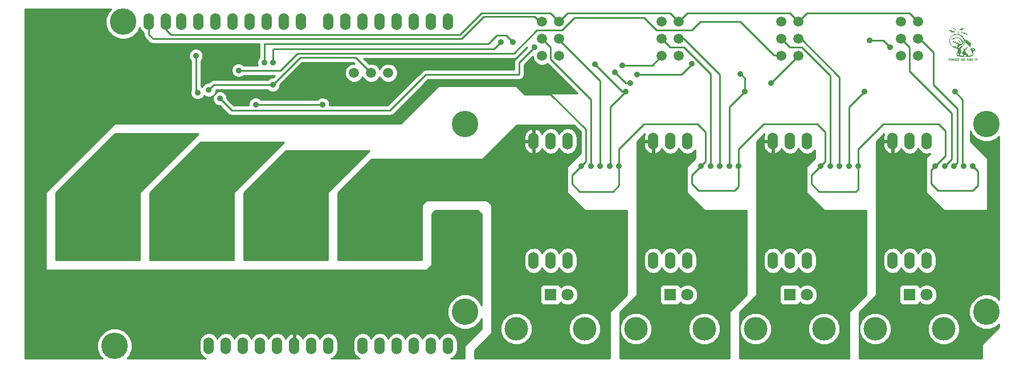
<source format=gbl>
G04 (created by PCBNEW (2013-07-07 BZR 4022)-stable) date 08/12/2015 22:08:55*
%MOIN*%
G04 Gerber Fmt 3.4, Leading zero omitted, Abs format*
%FSLAX34Y34*%
G01*
G70*
G90*
G04 APERTURE LIST*
%ADD10C,0.00590551*%
%ADD11C,0.0019685*%
%ADD12C,0.0001*%
%ADD13O,0.0607087X0.1*%
%ADD14O,0.06X0.1*%
%ADD15C,0.0593*%
%ADD16C,0.155*%
%ADD17C,0.137795*%
%ADD18R,0.0708661X0.0708661*%
%ADD19C,0.0708661*%
%ADD20C,0.035*%
%ADD21C,0.01*%
G04 APERTURE END LIST*
G54D10*
G54D11*
X85913Y-29755D02*
X85913Y-29617D01*
X85867Y-29663D02*
X85815Y-29663D01*
X85848Y-29617D02*
X85848Y-29736D01*
X85841Y-29749D01*
X85828Y-29755D01*
X85815Y-29755D01*
X85605Y-29749D02*
X85618Y-29755D01*
X85644Y-29755D01*
X85657Y-29749D01*
X85664Y-29742D01*
X85670Y-29729D01*
X85670Y-29690D01*
X85664Y-29677D01*
X85657Y-29670D01*
X85644Y-29663D01*
X85618Y-29663D01*
X85605Y-29670D01*
X85487Y-29755D02*
X85487Y-29683D01*
X85493Y-29670D01*
X85506Y-29663D01*
X85533Y-29663D01*
X85546Y-29670D01*
X85487Y-29749D02*
X85500Y-29755D01*
X85533Y-29755D01*
X85546Y-29749D01*
X85552Y-29736D01*
X85552Y-29722D01*
X85546Y-29709D01*
X85533Y-29703D01*
X85500Y-29703D01*
X85487Y-29696D01*
X85421Y-29663D02*
X85421Y-29755D01*
X85421Y-29677D02*
X85414Y-29670D01*
X85401Y-29663D01*
X85382Y-29663D01*
X85369Y-29670D01*
X85362Y-29683D01*
X85362Y-29755D01*
X85191Y-29755D02*
X85191Y-29617D01*
X85191Y-29670D02*
X85178Y-29663D01*
X85152Y-29663D01*
X85139Y-29670D01*
X85132Y-29677D01*
X85126Y-29690D01*
X85126Y-29729D01*
X85132Y-29742D01*
X85139Y-29749D01*
X85152Y-29755D01*
X85178Y-29755D01*
X85191Y-29749D01*
X85014Y-29749D02*
X85027Y-29755D01*
X85054Y-29755D01*
X85067Y-29749D01*
X85073Y-29736D01*
X85073Y-29683D01*
X85067Y-29670D01*
X85054Y-29663D01*
X85027Y-29663D01*
X85014Y-29670D01*
X85008Y-29683D01*
X85008Y-29696D01*
X85073Y-29709D01*
X84785Y-29755D02*
X84785Y-29617D01*
X84785Y-29749D02*
X84798Y-29755D01*
X84824Y-29755D01*
X84837Y-29749D01*
X84844Y-29742D01*
X84850Y-29729D01*
X84850Y-29690D01*
X84844Y-29677D01*
X84837Y-29670D01*
X84824Y-29663D01*
X84798Y-29663D01*
X84785Y-29670D01*
X84699Y-29755D02*
X84712Y-29749D01*
X84719Y-29742D01*
X84725Y-29729D01*
X84725Y-29690D01*
X84719Y-29677D01*
X84712Y-29670D01*
X84699Y-29663D01*
X84680Y-29663D01*
X84666Y-29670D01*
X84660Y-29677D01*
X84653Y-29690D01*
X84653Y-29729D01*
X84660Y-29742D01*
X84666Y-29749D01*
X84680Y-29755D01*
X84699Y-29755D01*
X84594Y-29663D02*
X84594Y-29755D01*
X84594Y-29677D02*
X84588Y-29670D01*
X84575Y-29663D01*
X84555Y-29663D01*
X84542Y-29670D01*
X84535Y-29683D01*
X84535Y-29755D01*
X84417Y-29749D02*
X84430Y-29755D01*
X84456Y-29755D01*
X84470Y-29749D01*
X84476Y-29736D01*
X84476Y-29683D01*
X84470Y-29670D01*
X84456Y-29663D01*
X84430Y-29663D01*
X84417Y-29670D01*
X84411Y-29683D01*
X84411Y-29696D01*
X84476Y-29709D01*
X84351Y-29742D02*
X84345Y-29749D01*
X84351Y-29755D01*
X84358Y-29749D01*
X84351Y-29742D01*
X84351Y-29755D01*
X84351Y-29703D02*
X84358Y-29624D01*
X84351Y-29617D01*
X84345Y-29624D01*
X84351Y-29703D01*
X84351Y-29617D01*
X84286Y-29742D02*
X84279Y-29749D01*
X84286Y-29755D01*
X84292Y-29749D01*
X84286Y-29742D01*
X84286Y-29755D01*
X84286Y-29703D02*
X84292Y-29624D01*
X84286Y-29617D01*
X84279Y-29624D01*
X84286Y-29703D01*
X84286Y-29617D01*
G54D12*
G36*
X84326Y-28553D02*
X84332Y-28671D01*
X84361Y-28753D01*
X84361Y-28631D01*
X84364Y-28524D01*
X84398Y-28430D01*
X84425Y-28395D01*
X84501Y-28337D01*
X84604Y-28295D01*
X84720Y-28272D01*
X84835Y-28269D01*
X84933Y-28291D01*
X84952Y-28300D01*
X85041Y-28365D01*
X85117Y-28455D01*
X85172Y-28558D01*
X85197Y-28658D01*
X85197Y-28673D01*
X85178Y-28764D01*
X85126Y-28856D01*
X85050Y-28938D01*
X85006Y-28970D01*
X84885Y-29022D01*
X84759Y-29032D01*
X84629Y-28999D01*
X84616Y-28993D01*
X84518Y-28929D01*
X84441Y-28841D01*
X84388Y-28739D01*
X84361Y-28631D01*
X84361Y-28753D01*
X84374Y-28791D01*
X84453Y-28909D01*
X84458Y-28913D01*
X84520Y-28975D01*
X84587Y-29018D01*
X84674Y-29049D01*
X84741Y-29065D01*
X84793Y-29095D01*
X84816Y-29156D01*
X84807Y-29243D01*
X84791Y-29297D01*
X84768Y-29380D01*
X84766Y-29448D01*
X84768Y-29457D01*
X84786Y-29499D01*
X84791Y-29501D01*
X84791Y-29411D01*
X84797Y-29376D01*
X84814Y-29339D01*
X84832Y-29301D01*
X84839Y-29297D01*
X84837Y-29304D01*
X84837Y-29342D01*
X84852Y-29381D01*
X84872Y-29408D01*
X84892Y-29411D01*
X84898Y-29402D01*
X84907Y-29391D01*
X84911Y-29411D01*
X84896Y-29442D01*
X84856Y-29449D01*
X84808Y-29431D01*
X84791Y-29411D01*
X84791Y-29501D01*
X84823Y-29514D01*
X84854Y-29516D01*
X84869Y-29517D01*
X84869Y-29483D01*
X84880Y-29472D01*
X84891Y-29483D01*
X84880Y-29493D01*
X84869Y-29483D01*
X84869Y-29517D01*
X84910Y-29521D01*
X84946Y-29535D01*
X84947Y-29535D01*
X84969Y-29545D01*
X84969Y-29444D01*
X84974Y-29376D01*
X84987Y-29341D01*
X85014Y-29327D01*
X85049Y-29323D01*
X85103Y-29315D01*
X85128Y-29306D01*
X85117Y-29299D01*
X85082Y-29297D01*
X85035Y-29291D01*
X85014Y-29280D01*
X85026Y-29269D01*
X85069Y-29264D01*
X85076Y-29264D01*
X85129Y-29274D01*
X85144Y-29298D01*
X85124Y-29323D01*
X85075Y-29341D01*
X85034Y-29354D01*
X85037Y-29369D01*
X85039Y-29369D01*
X85081Y-29378D01*
X85110Y-29373D01*
X85141Y-29365D01*
X85151Y-29374D01*
X85142Y-29410D01*
X85131Y-29444D01*
X85110Y-29488D01*
X85080Y-29501D01*
X85037Y-29495D01*
X84983Y-29473D01*
X84969Y-29444D01*
X84969Y-29545D01*
X84980Y-29549D01*
X85042Y-29561D01*
X85119Y-29570D01*
X85197Y-29574D01*
X85264Y-29573D01*
X85308Y-29567D01*
X85316Y-29562D01*
X85309Y-29544D01*
X85260Y-29537D01*
X85255Y-29537D01*
X85193Y-29530D01*
X85165Y-29512D01*
X85175Y-29487D01*
X85195Y-29473D01*
X85260Y-29451D01*
X85308Y-29469D01*
X85333Y-29507D01*
X85352Y-29539D01*
X85375Y-29555D01*
X85394Y-29556D01*
X85394Y-29505D01*
X85405Y-29493D01*
X85416Y-29505D01*
X85405Y-29516D01*
X85394Y-29505D01*
X85394Y-29556D01*
X85418Y-29557D01*
X85482Y-29552D01*
X85579Y-29539D01*
X85640Y-29524D01*
X85671Y-29503D01*
X85678Y-29477D01*
X85695Y-29437D01*
X85714Y-29418D01*
X85732Y-29386D01*
X85738Y-29341D01*
X85730Y-29297D01*
X85713Y-29268D01*
X85693Y-29267D01*
X85688Y-29265D01*
X85710Y-29241D01*
X85711Y-29240D01*
X85757Y-29196D01*
X85785Y-29165D01*
X85807Y-29144D01*
X85806Y-29159D01*
X85803Y-29169D01*
X85804Y-29198D01*
X85833Y-29203D01*
X85864Y-29190D01*
X85862Y-29159D01*
X85831Y-29097D01*
X85786Y-29054D01*
X85739Y-29034D01*
X85699Y-29045D01*
X85688Y-29058D01*
X85663Y-29064D01*
X85633Y-29043D01*
X85601Y-29020D01*
X85593Y-29028D01*
X85608Y-29071D01*
X85624Y-29106D01*
X85644Y-29150D01*
X85645Y-29158D01*
X85626Y-29133D01*
X85621Y-29127D01*
X85584Y-29086D01*
X85564Y-29082D01*
X85568Y-29114D01*
X85583Y-29149D01*
X85614Y-29218D01*
X85635Y-29285D01*
X85635Y-29286D01*
X85652Y-29330D01*
X85674Y-29346D01*
X85675Y-29346D01*
X85682Y-29348D01*
X85682Y-29172D01*
X85682Y-29138D01*
X85703Y-29096D01*
X85728Y-29082D01*
X85759Y-29090D01*
X85764Y-29120D01*
X85741Y-29159D01*
X85740Y-29161D01*
X85702Y-29186D01*
X85682Y-29172D01*
X85682Y-29348D01*
X85698Y-29352D01*
X85690Y-29385D01*
X85657Y-29433D01*
X85605Y-29476D01*
X85540Y-29501D01*
X85476Y-29503D01*
X85430Y-29482D01*
X85425Y-29476D01*
X85409Y-29441D01*
X85422Y-29424D01*
X85425Y-29406D01*
X85390Y-29383D01*
X85343Y-29346D01*
X85303Y-29289D01*
X85298Y-29278D01*
X85274Y-29185D01*
X85290Y-29106D01*
X85344Y-29045D01*
X85369Y-29031D01*
X85412Y-29001D01*
X85417Y-28981D01*
X85388Y-28978D01*
X85343Y-28993D01*
X85301Y-29025D01*
X85262Y-29074D01*
X85236Y-29125D01*
X85231Y-29165D01*
X85233Y-29170D01*
X85227Y-29186D01*
X85220Y-29188D01*
X85204Y-29168D01*
X85198Y-29122D01*
X85197Y-29121D01*
X85191Y-29077D01*
X85176Y-29067D01*
X85175Y-29067D01*
X85160Y-29096D01*
X85154Y-29149D01*
X85154Y-29154D01*
X85139Y-29215D01*
X85104Y-29247D01*
X85060Y-29249D01*
X85020Y-29222D01*
X84995Y-29163D01*
X84994Y-29159D01*
X84995Y-29080D01*
X85030Y-29012D01*
X85087Y-28955D01*
X85133Y-28904D01*
X85176Y-28834D01*
X85186Y-28812D01*
X85212Y-28754D01*
X85225Y-28726D01*
X85225Y-28588D01*
X85248Y-28581D01*
X85269Y-28587D01*
X85293Y-28614D01*
X85292Y-28631D01*
X85268Y-28660D01*
X85243Y-28648D01*
X85232Y-28627D01*
X85225Y-28588D01*
X85225Y-28726D01*
X85230Y-28716D01*
X85234Y-28709D01*
X85256Y-28712D01*
X85301Y-28741D01*
X85350Y-28781D01*
X85350Y-28608D01*
X85361Y-28597D01*
X85372Y-28608D01*
X85361Y-28619D01*
X85350Y-28608D01*
X85350Y-28781D01*
X85361Y-28791D01*
X85428Y-28854D01*
X85457Y-28883D01*
X85523Y-28948D01*
X85566Y-28983D01*
X85584Y-28987D01*
X85575Y-28959D01*
X85572Y-28952D01*
X85566Y-28902D01*
X85582Y-28871D01*
X85606Y-28832D01*
X85613Y-28812D01*
X85598Y-28779D01*
X85560Y-28734D01*
X85513Y-28689D01*
X85469Y-28656D01*
X85441Y-28646D01*
X85411Y-28635D01*
X85406Y-28619D01*
X85385Y-28591D01*
X85329Y-28564D01*
X85301Y-28554D01*
X85241Y-28532D01*
X85203Y-28509D01*
X85197Y-28499D01*
X85180Y-28458D01*
X85138Y-28403D01*
X85079Y-28343D01*
X85013Y-28289D01*
X84951Y-28249D01*
X84940Y-28244D01*
X84881Y-28217D01*
X84855Y-28194D01*
X84851Y-28160D01*
X84857Y-28126D01*
X84863Y-28074D01*
X84852Y-28052D01*
X84837Y-28050D01*
X84816Y-28058D01*
X84811Y-28091D01*
X84817Y-28137D01*
X84831Y-28225D01*
X84734Y-28225D01*
X84632Y-28240D01*
X84525Y-28281D01*
X84423Y-28352D01*
X84357Y-28446D01*
X84326Y-28553D01*
X84326Y-28553D01*
X84326Y-28553D01*
G37*
G36*
X85525Y-29021D02*
X85541Y-29041D01*
X85547Y-29045D01*
X85568Y-29051D01*
X85569Y-29048D01*
X85554Y-29028D01*
X85547Y-29024D01*
X85527Y-29018D01*
X85525Y-29021D01*
X85525Y-29021D01*
X85525Y-29021D01*
G37*
G36*
X85416Y-28630D02*
X85427Y-28640D01*
X85438Y-28630D01*
X85427Y-28619D01*
X85416Y-28630D01*
X85416Y-28630D01*
X85416Y-28630D01*
G37*
G36*
X84988Y-28112D02*
X85017Y-28128D01*
X85073Y-28137D01*
X85094Y-28138D01*
X85149Y-28141D01*
X85163Y-28150D01*
X85154Y-28159D01*
X85134Y-28175D01*
X85136Y-28188D01*
X85166Y-28202D01*
X85230Y-28222D01*
X85266Y-28233D01*
X85351Y-28257D01*
X85398Y-28266D01*
X85411Y-28261D01*
X85395Y-28243D01*
X85385Y-28235D01*
X85335Y-28209D01*
X85302Y-28203D01*
X85269Y-28189D01*
X85262Y-28173D01*
X85255Y-28148D01*
X85225Y-28129D01*
X85167Y-28115D01*
X85085Y-28102D01*
X85018Y-28096D01*
X84988Y-28100D01*
X84988Y-28112D01*
X84988Y-28112D01*
X84988Y-28112D01*
G37*
G36*
X84301Y-28028D02*
X84320Y-28043D01*
X84365Y-28050D01*
X84365Y-28050D01*
X84411Y-28056D01*
X84420Y-28075D01*
X84418Y-28083D01*
X84418Y-28101D01*
X84442Y-28112D01*
X84499Y-28115D01*
X84537Y-28115D01*
X84610Y-28112D01*
X84663Y-28104D01*
X84683Y-28094D01*
X84673Y-28079D01*
X84627Y-28072D01*
X84610Y-28072D01*
X84541Y-28063D01*
X84511Y-28039D01*
X84486Y-28021D01*
X84437Y-28009D01*
X84379Y-28005D01*
X84329Y-28009D01*
X84302Y-28023D01*
X84301Y-28028D01*
X84301Y-28028D01*
X84301Y-28028D01*
G37*
G36*
X84891Y-27976D02*
X84898Y-27994D01*
X84923Y-27986D01*
X84944Y-27972D01*
X84982Y-27951D01*
X84999Y-27956D01*
X85004Y-27970D01*
X85016Y-27984D01*
X85047Y-27979D01*
X85103Y-27955D01*
X85142Y-27935D01*
X85204Y-27901D01*
X85242Y-27874D01*
X85249Y-27860D01*
X85248Y-27860D01*
X85212Y-27863D01*
X85160Y-27883D01*
X85156Y-27885D01*
X85101Y-27904D01*
X85058Y-27906D01*
X85056Y-27905D01*
X85011Y-27904D01*
X84957Y-27919D01*
X84911Y-27946D01*
X84891Y-27976D01*
X84891Y-27976D01*
X84891Y-27976D01*
X84891Y-27976D01*
G37*
G36*
X84514Y-27834D02*
X84522Y-27858D01*
X84546Y-27886D01*
X84591Y-27923D01*
X84646Y-27956D01*
X84701Y-27982D01*
X84742Y-27994D01*
X84760Y-27987D01*
X84760Y-27986D01*
X84741Y-27963D01*
X84719Y-27952D01*
X84675Y-27928D01*
X84623Y-27889D01*
X84619Y-27885D01*
X84570Y-27848D01*
X84533Y-27831D01*
X84514Y-27834D01*
X84514Y-27834D01*
X84514Y-27834D01*
G37*
G36*
X84467Y-28520D02*
X84476Y-28585D01*
X84482Y-28600D01*
X84510Y-28657D01*
X84546Y-28697D01*
X84593Y-28722D01*
X84593Y-28699D01*
X84602Y-28691D01*
X84636Y-28688D01*
X84644Y-28693D01*
X84638Y-28703D01*
X84615Y-28705D01*
X84593Y-28699D01*
X84593Y-28722D01*
X84600Y-28726D01*
X84684Y-28755D01*
X84699Y-28759D01*
X84774Y-28782D01*
X84812Y-28801D01*
X84822Y-28823D01*
X84808Y-28853D01*
X84804Y-28858D01*
X84797Y-28906D01*
X84806Y-28929D01*
X84814Y-28959D01*
X84789Y-28969D01*
X84777Y-28969D01*
X84720Y-28958D01*
X84667Y-28937D01*
X84625Y-28918D01*
X84608Y-28923D01*
X84606Y-28935D01*
X84626Y-28963D01*
X84675Y-28987D01*
X84740Y-29005D01*
X84805Y-29013D01*
X84858Y-29008D01*
X84877Y-28998D01*
X84889Y-28965D01*
X84891Y-28944D01*
X84909Y-28911D01*
X84966Y-28885D01*
X84977Y-28881D01*
X85049Y-28850D01*
X85107Y-28801D01*
X85142Y-28746D01*
X85146Y-28701D01*
X85146Y-28669D01*
X85156Y-28663D01*
X85175Y-28646D01*
X85175Y-28638D01*
X85159Y-28623D01*
X85145Y-28625D01*
X85104Y-28623D01*
X85091Y-28614D01*
X85077Y-28609D01*
X85076Y-28642D01*
X85079Y-28665D01*
X85081Y-28726D01*
X85057Y-28769D01*
X85043Y-28783D01*
X85005Y-28810D01*
X84986Y-28802D01*
X84984Y-28799D01*
X84964Y-28773D01*
X84947Y-28781D01*
X84948Y-28810D01*
X84953Y-28833D01*
X84940Y-28820D01*
X84890Y-28777D01*
X84818Y-28743D01*
X84743Y-28728D01*
X84736Y-28728D01*
X84690Y-28721D01*
X84672Y-28706D01*
X84689Y-28685D01*
X84694Y-28684D01*
X84715Y-28667D01*
X84716Y-28661D01*
X84699Y-28648D01*
X84674Y-28651D01*
X84602Y-28656D01*
X84537Y-28628D01*
X84500Y-28583D01*
X84479Y-28531D01*
X84480Y-28514D01*
X84505Y-28528D01*
X84507Y-28530D01*
X84539Y-28543D01*
X84551Y-28534D01*
X84577Y-28516D01*
X84632Y-28491D01*
X84675Y-28476D01*
X84791Y-28452D01*
X84884Y-28465D01*
X84954Y-28515D01*
X84985Y-28564D01*
X85014Y-28632D01*
X85020Y-28669D01*
X85003Y-28684D01*
X84992Y-28684D01*
X84948Y-28665D01*
X84915Y-28614D01*
X84907Y-28579D01*
X84894Y-28529D01*
X84881Y-28520D01*
X84871Y-28552D01*
X84869Y-28593D01*
X84877Y-28663D01*
X84902Y-28699D01*
X84907Y-28703D01*
X84966Y-28713D01*
X85018Y-28686D01*
X85049Y-28632D01*
X85051Y-28626D01*
X85044Y-28558D01*
X85003Y-28499D01*
X84934Y-28456D01*
X84848Y-28431D01*
X84751Y-28430D01*
X84703Y-28440D01*
X84631Y-28456D01*
X84570Y-28465D01*
X84554Y-28466D01*
X84493Y-28480D01*
X84467Y-28520D01*
X84467Y-28520D01*
X84467Y-28520D01*
G37*
G36*
X84568Y-28915D02*
X84570Y-28917D01*
X84583Y-28915D01*
X84585Y-28903D01*
X84577Y-28885D01*
X84570Y-28888D01*
X84568Y-28915D01*
X84568Y-28915D01*
X84568Y-28915D01*
G37*
G36*
X84475Y-28824D02*
X84491Y-28844D01*
X84497Y-28848D01*
X84518Y-28854D01*
X84519Y-28851D01*
X84504Y-28831D01*
X84497Y-28827D01*
X84477Y-28821D01*
X84475Y-28824D01*
X84475Y-28824D01*
X84475Y-28824D01*
G37*
G36*
X85000Y-28783D02*
X85011Y-28794D01*
X85022Y-28783D01*
X85011Y-28772D01*
X85000Y-28783D01*
X85000Y-28783D01*
X85000Y-28783D01*
G37*
G36*
X84743Y-28521D02*
X84745Y-28524D01*
X84758Y-28521D01*
X84760Y-28509D01*
X84752Y-28491D01*
X84745Y-28495D01*
X84743Y-28521D01*
X84743Y-28521D01*
X84743Y-28521D01*
G37*
G54D13*
X60000Y-34500D03*
G54D14*
X61000Y-34500D03*
X62000Y-34500D03*
X60000Y-41500D03*
X61000Y-41500D03*
X62000Y-41500D03*
G54D13*
X67000Y-34500D03*
G54D14*
X68000Y-34500D03*
X69000Y-34500D03*
X67000Y-41500D03*
X68000Y-41500D03*
X69000Y-41500D03*
G54D13*
X74000Y-34500D03*
G54D14*
X75000Y-34500D03*
X76000Y-34500D03*
X74000Y-41500D03*
X75000Y-41500D03*
X76000Y-41500D03*
G54D13*
X81000Y-34500D03*
G54D14*
X82000Y-34500D03*
X83000Y-34500D03*
X81000Y-41500D03*
X82000Y-41500D03*
X83000Y-41500D03*
G54D15*
X49500Y-30500D03*
X50500Y-30500D03*
X51500Y-30500D03*
X60500Y-27500D03*
X60500Y-28500D03*
X60500Y-29500D03*
X67500Y-27500D03*
X67500Y-28500D03*
X67500Y-29500D03*
X74500Y-27500D03*
X74500Y-28500D03*
X74500Y-29500D03*
X81500Y-27500D03*
X81500Y-28500D03*
X81500Y-29500D03*
X61500Y-27500D03*
X61500Y-28500D03*
X61500Y-29500D03*
X68500Y-27500D03*
X68500Y-28500D03*
X68500Y-29500D03*
X75500Y-27500D03*
X75500Y-28500D03*
X75500Y-29500D03*
X82500Y-27500D03*
X82500Y-28500D03*
X82500Y-29500D03*
G54D14*
X55000Y-46500D03*
X54000Y-46500D03*
X53000Y-46500D03*
X50000Y-46500D03*
X51000Y-46500D03*
X52000Y-46500D03*
X48000Y-46500D03*
X47000Y-46500D03*
X46000Y-46500D03*
X44000Y-46500D03*
X43000Y-46500D03*
X55000Y-27500D03*
X54000Y-27500D03*
X53000Y-27500D03*
X52000Y-27500D03*
X51000Y-27500D03*
X50000Y-27500D03*
X49000Y-27500D03*
X48000Y-27500D03*
X46400Y-27500D03*
X45400Y-27500D03*
X44400Y-27500D03*
X43400Y-27500D03*
X42400Y-27500D03*
X41400Y-27500D03*
X40400Y-27500D03*
X39400Y-27500D03*
X45000Y-46500D03*
G54D16*
X56000Y-44500D03*
X56000Y-33500D03*
X36000Y-27500D03*
X35500Y-46500D03*
X86500Y-44500D03*
X86500Y-33500D03*
G54D14*
X42000Y-46500D03*
X41000Y-46500D03*
X38500Y-27500D03*
X37500Y-27500D03*
G54D17*
X63000Y-45500D03*
X59000Y-45500D03*
G54D18*
X61000Y-43500D03*
G54D19*
X62000Y-43500D03*
G54D17*
X70000Y-45500D03*
X66000Y-45500D03*
G54D18*
X68000Y-43500D03*
G54D19*
X69000Y-43500D03*
G54D17*
X77000Y-45500D03*
X73000Y-45500D03*
G54D18*
X75000Y-43500D03*
G54D19*
X76000Y-43500D03*
G54D17*
X84000Y-45500D03*
X80000Y-45500D03*
G54D18*
X82000Y-43500D03*
G54D19*
X83000Y-43500D03*
G54D20*
X46250Y-31750D03*
X85700Y-35950D03*
X83500Y-35950D03*
X76800Y-35950D03*
X62800Y-35950D03*
X69800Y-35950D03*
X37200Y-45600D03*
X37200Y-44150D03*
X32050Y-27500D03*
X46000Y-43500D03*
X42750Y-43500D03*
X53750Y-43500D03*
X48250Y-43500D03*
X34400Y-44750D03*
X79000Y-35950D03*
X72000Y-35950D03*
X65000Y-35950D03*
X36950Y-31500D03*
X35800Y-30350D03*
X38450Y-31500D03*
X55500Y-36500D03*
X47500Y-36500D03*
X42000Y-36500D03*
X36500Y-36500D03*
X70900Y-35950D03*
X84600Y-35950D03*
X84050Y-35950D03*
X77350Y-35950D03*
X69250Y-29950D03*
X66050Y-30600D03*
X41650Y-32000D03*
X60050Y-29000D03*
X44250Y-29900D03*
X58800Y-28700D03*
X65200Y-30050D03*
X65650Y-31100D03*
X64750Y-30450D03*
X73900Y-31100D03*
X42750Y-30350D03*
X43750Y-32350D03*
X79650Y-28600D03*
X80850Y-29000D03*
X47650Y-32350D03*
X58100Y-28700D03*
X44750Y-29900D03*
X70350Y-35950D03*
X40250Y-29500D03*
X40350Y-31650D03*
X63350Y-35950D03*
X41000Y-31500D03*
X44750Y-31200D03*
X77900Y-35950D03*
X63900Y-35950D03*
X84650Y-31600D03*
X85150Y-35950D03*
X79350Y-31600D03*
X78450Y-35950D03*
X64450Y-35950D03*
X71450Y-35950D03*
X63600Y-30000D03*
X72100Y-30550D03*
X72350Y-31600D03*
X65400Y-31600D03*
G54D21*
X40450Y-32650D02*
X40450Y-33350D01*
X41600Y-31500D02*
X40450Y-32650D01*
X42000Y-31500D02*
X41600Y-31500D01*
X42250Y-31750D02*
X42000Y-31500D01*
X46250Y-31750D02*
X42250Y-31750D01*
X85700Y-37400D02*
X86000Y-37100D01*
X83250Y-36200D02*
X83500Y-35950D01*
X83650Y-37400D02*
X85700Y-37400D01*
X83250Y-37000D02*
X83650Y-37400D01*
X83250Y-36200D02*
X83250Y-37000D01*
X86000Y-36250D02*
X85700Y-35950D01*
X86000Y-37100D02*
X86000Y-36250D01*
X84100Y-35350D02*
X83500Y-35950D01*
X79000Y-34950D02*
X79000Y-35950D01*
X79000Y-34950D02*
X80450Y-33500D01*
X80450Y-33500D02*
X83700Y-33500D01*
X83700Y-33500D02*
X84100Y-33900D01*
X84100Y-33900D02*
X84100Y-35100D01*
X84100Y-35100D02*
X84100Y-35350D01*
X76250Y-37000D02*
X76250Y-36500D01*
X76250Y-36500D02*
X76800Y-35950D01*
X76250Y-37000D02*
X76700Y-37450D01*
X76700Y-37450D02*
X78850Y-37450D01*
X78850Y-37450D02*
X79000Y-37300D01*
X79000Y-35950D02*
X79000Y-37300D01*
X77050Y-35700D02*
X76800Y-35950D01*
X72000Y-34950D02*
X72000Y-35950D01*
X77050Y-33950D02*
X77050Y-35450D01*
X76600Y-33500D02*
X77050Y-33950D01*
X76550Y-33500D02*
X76600Y-33500D01*
X73450Y-33500D02*
X76550Y-33500D01*
X72000Y-34950D02*
X73450Y-33500D01*
X77050Y-35450D02*
X77050Y-35700D01*
X62800Y-35950D02*
X62250Y-36500D01*
X65000Y-37100D02*
X65000Y-35950D01*
X64650Y-37450D02*
X65000Y-37100D01*
X62700Y-37450D02*
X64650Y-37450D01*
X62250Y-37000D02*
X62700Y-37450D01*
X62250Y-36500D02*
X62250Y-37000D01*
X63050Y-35450D02*
X63050Y-35700D01*
X40450Y-33350D02*
X46500Y-33350D01*
X63050Y-33800D02*
X63050Y-35450D01*
X61000Y-31750D02*
X63050Y-33800D01*
X59500Y-31750D02*
X61000Y-31750D01*
X59000Y-31250D02*
X59500Y-31750D01*
X54300Y-31250D02*
X59000Y-31250D01*
X52200Y-33350D02*
X54300Y-31250D01*
X46500Y-33350D02*
X52200Y-33350D01*
X63050Y-35700D02*
X62800Y-35950D01*
X70050Y-35450D02*
X70050Y-35700D01*
X70050Y-35700D02*
X69800Y-35950D01*
X70050Y-33950D02*
X70050Y-35450D01*
X69600Y-33500D02*
X70050Y-33950D01*
X66450Y-33500D02*
X69600Y-33500D01*
X65000Y-34950D02*
X66450Y-33500D01*
X65000Y-34950D02*
X65000Y-35950D01*
X72000Y-35950D02*
X72000Y-37150D01*
X69800Y-35950D02*
X69250Y-36500D01*
X69250Y-36500D02*
X69250Y-37000D01*
X69250Y-37000D02*
X69650Y-37400D01*
X69650Y-37400D02*
X71300Y-37400D01*
X71300Y-37400D02*
X71750Y-37400D01*
X71750Y-37400D02*
X72000Y-37150D01*
X37200Y-44150D02*
X37200Y-43800D01*
X37950Y-43500D02*
X42750Y-43500D01*
X37500Y-43500D02*
X37950Y-43500D01*
X37200Y-43800D02*
X37500Y-43500D01*
X37200Y-44250D02*
X37200Y-44150D01*
X36100Y-45300D02*
X36650Y-45850D01*
X36100Y-45300D02*
X35000Y-45300D01*
X34950Y-45300D02*
X35000Y-45300D01*
X36950Y-45850D02*
X37200Y-45600D01*
X36650Y-45850D02*
X36950Y-45850D01*
X37200Y-44250D02*
X37200Y-45600D01*
X30700Y-27900D02*
X31650Y-27900D01*
X30350Y-46800D02*
X30350Y-45750D01*
X30350Y-45750D02*
X30350Y-28250D01*
X33150Y-47100D02*
X31700Y-47100D01*
X30350Y-28250D02*
X30700Y-27900D01*
X34950Y-45300D02*
X33150Y-47100D01*
X31700Y-47100D02*
X30650Y-47100D01*
X30350Y-47100D02*
X30350Y-46800D01*
X30650Y-47100D02*
X30350Y-47100D01*
X31650Y-27900D02*
X32050Y-27500D01*
X46000Y-43500D02*
X42750Y-43500D01*
X48250Y-43500D02*
X53750Y-43500D01*
X46000Y-43500D02*
X48250Y-43500D01*
X46000Y-46500D02*
X46000Y-43500D01*
X34950Y-45300D02*
X34400Y-44750D01*
X36950Y-31500D02*
X38450Y-31500D01*
X36950Y-31500D02*
X35800Y-30350D01*
X38800Y-33350D02*
X40450Y-33350D01*
X36950Y-31500D02*
X38800Y-33350D01*
X68800Y-28500D02*
X68500Y-28500D01*
X70900Y-30600D02*
X68800Y-28500D01*
X70900Y-33750D02*
X70900Y-30600D01*
X70900Y-35950D02*
X70900Y-33750D01*
X84800Y-35750D02*
X84800Y-35500D01*
X84600Y-35950D02*
X84800Y-35750D01*
X84800Y-32600D02*
X84800Y-35450D01*
X83400Y-31200D02*
X83400Y-29300D01*
X83400Y-29300D02*
X82600Y-28500D01*
X82500Y-28500D02*
X82600Y-28500D01*
X84800Y-32600D02*
X83400Y-31200D01*
X84450Y-35550D02*
X84450Y-35300D01*
X84050Y-35950D02*
X84450Y-35550D01*
X84450Y-32850D02*
X84450Y-35250D01*
X82800Y-31200D02*
X82000Y-30400D01*
X82000Y-30400D02*
X82000Y-29000D01*
X81500Y-28500D02*
X82000Y-29000D01*
X84450Y-32850D02*
X82800Y-31200D01*
X77100Y-30400D02*
X77350Y-30650D01*
X77350Y-30650D02*
X77350Y-35950D01*
X75000Y-29000D02*
X74500Y-28500D01*
X75000Y-29000D02*
X75700Y-29000D01*
X75700Y-29000D02*
X77100Y-30400D01*
X69250Y-30000D02*
X69250Y-29950D01*
X68650Y-30600D02*
X69250Y-30000D01*
X66050Y-30600D02*
X68650Y-30600D01*
X59150Y-30600D02*
X53700Y-30600D01*
X53700Y-30600D02*
X51600Y-32700D01*
X51600Y-32700D02*
X42350Y-32700D01*
X42350Y-32700D02*
X41650Y-32000D01*
X59150Y-29900D02*
X60050Y-29000D01*
X59150Y-30600D02*
X59150Y-29900D01*
X55900Y-28800D02*
X57350Y-28800D01*
X44250Y-28800D02*
X44250Y-29900D01*
X55900Y-28800D02*
X44250Y-28800D01*
X58400Y-28300D02*
X58800Y-28700D01*
X57850Y-28300D02*
X58400Y-28300D01*
X57350Y-28800D02*
X57850Y-28300D01*
X65200Y-30050D02*
X66950Y-30050D01*
X66950Y-30050D02*
X67500Y-29500D01*
X75500Y-29500D02*
X73900Y-31100D01*
X65400Y-31100D02*
X65650Y-31100D01*
X64750Y-30450D02*
X65400Y-31100D01*
X72850Y-28250D02*
X74050Y-29450D01*
X72850Y-28250D02*
X72100Y-27500D01*
X72100Y-27500D02*
X69750Y-27500D01*
X69750Y-27500D02*
X69250Y-28000D01*
X69250Y-28000D02*
X67200Y-28000D01*
X67200Y-28000D02*
X66450Y-27250D01*
X66450Y-27250D02*
X62400Y-27250D01*
X62400Y-27250D02*
X61650Y-28000D01*
X61650Y-28000D02*
X60200Y-28000D01*
X60200Y-28000D02*
X58850Y-29350D01*
X58850Y-29350D02*
X46200Y-29350D01*
X46200Y-29350D02*
X45200Y-30350D01*
X45200Y-30350D02*
X42750Y-30350D01*
X74450Y-29450D02*
X74500Y-29500D01*
X74050Y-29450D02*
X74450Y-29450D01*
X74500Y-29500D02*
X74450Y-29500D01*
X80450Y-28600D02*
X79650Y-28600D01*
X80850Y-29000D02*
X80450Y-28600D01*
X47650Y-32350D02*
X43750Y-32350D01*
X58100Y-28700D02*
X57700Y-29100D01*
X57700Y-29100D02*
X56050Y-29100D01*
X44750Y-29900D02*
X44750Y-29150D01*
X44750Y-29150D02*
X44800Y-29100D01*
X44800Y-29100D02*
X56050Y-29100D01*
X68000Y-29000D02*
X67500Y-28500D01*
X68800Y-29000D02*
X68000Y-29000D01*
X70350Y-30550D02*
X68800Y-29000D01*
X70350Y-31700D02*
X70350Y-30550D01*
X70350Y-34900D02*
X70350Y-31700D01*
X70350Y-35950D02*
X70350Y-34900D01*
X40350Y-31600D02*
X40350Y-31650D01*
X40250Y-31500D02*
X40350Y-31600D01*
X40250Y-29500D02*
X40250Y-31500D01*
X62050Y-30750D02*
X63350Y-32050D01*
X63350Y-32050D02*
X63350Y-35950D01*
X61000Y-29000D02*
X60500Y-28500D01*
X61000Y-29000D02*
X61000Y-29700D01*
X61000Y-29700D02*
X62050Y-30750D01*
X50500Y-30500D02*
X49600Y-29600D01*
X46350Y-29600D02*
X44750Y-31200D01*
X49600Y-29600D02*
X46350Y-29600D01*
X41800Y-31200D02*
X41300Y-31200D01*
X44750Y-31200D02*
X41800Y-31200D01*
X41300Y-31200D02*
X41000Y-31500D01*
X60500Y-27500D02*
X60349Y-27500D01*
X60349Y-27500D02*
X60050Y-27200D01*
X37950Y-28500D02*
X37750Y-28500D01*
X55800Y-28500D02*
X37950Y-28500D01*
X57099Y-27200D02*
X55800Y-28500D01*
X60050Y-27200D02*
X57099Y-27200D01*
X37500Y-28250D02*
X37500Y-27500D01*
X37750Y-28500D02*
X37500Y-28250D01*
X77900Y-35950D02*
X77900Y-34750D01*
X77900Y-34750D02*
X77900Y-30950D01*
X77900Y-30950D02*
X77900Y-30750D01*
X77900Y-30750D02*
X75650Y-28500D01*
X75650Y-28500D02*
X75500Y-28500D01*
X39100Y-28250D02*
X38800Y-28250D01*
X61000Y-27000D02*
X59850Y-27000D01*
X59850Y-27000D02*
X56950Y-27000D01*
X56950Y-27000D02*
X55700Y-28250D01*
X55700Y-28250D02*
X39100Y-28250D01*
X61500Y-27500D02*
X61000Y-27000D01*
X38500Y-27950D02*
X38500Y-27500D01*
X38800Y-28250D02*
X38500Y-27950D01*
X75500Y-27500D02*
X76000Y-27000D01*
X82000Y-27000D02*
X82500Y-27500D01*
X76000Y-27000D02*
X82000Y-27000D01*
X68500Y-27500D02*
X69000Y-27000D01*
X75000Y-27000D02*
X75500Y-27500D01*
X69000Y-27000D02*
X75000Y-27000D01*
X61500Y-27500D02*
X62000Y-27000D01*
X68000Y-27000D02*
X68500Y-27500D01*
X62000Y-27000D02*
X68000Y-27000D01*
X63900Y-35950D02*
X63900Y-33650D01*
X63900Y-33650D02*
X63900Y-31150D01*
X63900Y-31150D02*
X63900Y-30950D01*
X63900Y-30950D02*
X61500Y-28550D01*
X61500Y-28550D02*
X61500Y-28500D01*
X85100Y-32050D02*
X84650Y-31600D01*
X85100Y-35900D02*
X85100Y-32050D01*
X85150Y-35950D02*
X85100Y-35900D01*
X78450Y-32500D02*
X79350Y-31600D01*
X78450Y-35950D02*
X78450Y-32500D01*
X64450Y-35950D02*
X64500Y-35900D01*
X64500Y-35900D02*
X64500Y-32500D01*
X64500Y-32500D02*
X65400Y-31600D01*
X71450Y-32500D02*
X72350Y-31600D01*
X71450Y-35950D02*
X71450Y-32500D01*
X65400Y-31600D02*
X65200Y-31600D01*
X65200Y-31600D02*
X63600Y-30000D01*
X72350Y-31600D02*
X72350Y-30800D01*
X72350Y-30800D02*
X72100Y-30550D01*
G54D10*
G36*
X72450Y-43479D02*
X71450Y-44479D01*
X71450Y-47230D01*
X70939Y-47230D01*
X70939Y-45314D01*
X70796Y-44968D01*
X70532Y-44704D01*
X70187Y-44561D01*
X69814Y-44560D01*
X69604Y-44647D01*
X69604Y-43380D01*
X69550Y-43248D01*
X69550Y-41714D01*
X69550Y-41285D01*
X69508Y-41074D01*
X69388Y-40896D01*
X69210Y-40777D01*
X69000Y-40735D01*
X68789Y-40777D01*
X68611Y-40896D01*
X68500Y-41062D01*
X68388Y-40896D01*
X68210Y-40777D01*
X68000Y-40735D01*
X67789Y-40777D01*
X67611Y-40896D01*
X67500Y-41062D01*
X67388Y-40896D01*
X67210Y-40777D01*
X67000Y-40735D01*
X66950Y-40745D01*
X66950Y-35184D01*
X66950Y-34550D01*
X66446Y-34550D01*
X66446Y-34746D01*
X66507Y-34954D01*
X66643Y-35123D01*
X66834Y-35226D01*
X66864Y-35233D01*
X66950Y-35184D01*
X66950Y-40745D01*
X66789Y-40777D01*
X66611Y-40896D01*
X66491Y-41074D01*
X66450Y-41285D01*
X66450Y-41714D01*
X66491Y-41925D01*
X66611Y-42103D01*
X66789Y-42222D01*
X67000Y-42264D01*
X67210Y-42222D01*
X67388Y-42103D01*
X67500Y-41937D01*
X67611Y-42103D01*
X67789Y-42222D01*
X68000Y-42264D01*
X68210Y-42222D01*
X68388Y-42103D01*
X68500Y-41937D01*
X68611Y-42103D01*
X68789Y-42222D01*
X69000Y-42264D01*
X69210Y-42222D01*
X69388Y-42103D01*
X69508Y-41925D01*
X69550Y-41714D01*
X69550Y-43248D01*
X69512Y-43158D01*
X69342Y-42987D01*
X69120Y-42895D01*
X68880Y-42895D01*
X68658Y-42987D01*
X68588Y-43057D01*
X68566Y-43004D01*
X68496Y-42933D01*
X68404Y-42895D01*
X68304Y-42895D01*
X67596Y-42895D01*
X67504Y-42933D01*
X67433Y-43003D01*
X67395Y-43095D01*
X67395Y-43195D01*
X67395Y-43903D01*
X67433Y-43995D01*
X67503Y-44066D01*
X67595Y-44104D01*
X67695Y-44104D01*
X68403Y-44104D01*
X68495Y-44066D01*
X68566Y-43996D01*
X68588Y-43942D01*
X68657Y-44012D01*
X68879Y-44104D01*
X69119Y-44104D01*
X69341Y-44012D01*
X69512Y-43842D01*
X69604Y-43620D01*
X69604Y-43380D01*
X69604Y-44647D01*
X69468Y-44703D01*
X69204Y-44967D01*
X69061Y-45312D01*
X69060Y-45685D01*
X69203Y-46031D01*
X69467Y-46295D01*
X69812Y-46438D01*
X70185Y-46439D01*
X70531Y-46296D01*
X70795Y-46032D01*
X70938Y-45687D01*
X70939Y-45314D01*
X70939Y-47230D01*
X66939Y-47230D01*
X66939Y-45314D01*
X66796Y-44968D01*
X66532Y-44704D01*
X66187Y-44561D01*
X65814Y-44560D01*
X65468Y-44703D01*
X65204Y-44967D01*
X65061Y-45312D01*
X65060Y-45685D01*
X65203Y-46031D01*
X65467Y-46295D01*
X65812Y-46438D01*
X66185Y-46439D01*
X66531Y-46296D01*
X66795Y-46032D01*
X66938Y-45687D01*
X66939Y-45314D01*
X66939Y-47230D01*
X65050Y-47230D01*
X65050Y-44520D01*
X66050Y-43520D01*
X66050Y-34520D01*
X66500Y-34070D01*
X66446Y-34253D01*
X66446Y-34450D01*
X66950Y-34450D01*
X66950Y-34442D01*
X67050Y-34442D01*
X67050Y-34450D01*
X67057Y-34450D01*
X67057Y-34550D01*
X67050Y-34550D01*
X67050Y-35184D01*
X67135Y-35233D01*
X67165Y-35226D01*
X67356Y-35123D01*
X67492Y-34954D01*
X67498Y-34934D01*
X67611Y-35103D01*
X67789Y-35222D01*
X68000Y-35264D01*
X68210Y-35222D01*
X68388Y-35103D01*
X68500Y-34937D01*
X68611Y-35103D01*
X68789Y-35222D01*
X69000Y-35264D01*
X69210Y-35222D01*
X69388Y-35103D01*
X69450Y-35012D01*
X69450Y-35479D01*
X68950Y-35979D01*
X68950Y-36500D01*
X68950Y-37000D01*
X68950Y-37520D01*
X69979Y-38550D01*
X72450Y-38550D01*
X72450Y-43479D01*
X72450Y-43479D01*
G37*
G54D21*
X72450Y-43479D02*
X71450Y-44479D01*
X71450Y-47230D01*
X70939Y-47230D01*
X70939Y-45314D01*
X70796Y-44968D01*
X70532Y-44704D01*
X70187Y-44561D01*
X69814Y-44560D01*
X69604Y-44647D01*
X69604Y-43380D01*
X69550Y-43248D01*
X69550Y-41714D01*
X69550Y-41285D01*
X69508Y-41074D01*
X69388Y-40896D01*
X69210Y-40777D01*
X69000Y-40735D01*
X68789Y-40777D01*
X68611Y-40896D01*
X68500Y-41062D01*
X68388Y-40896D01*
X68210Y-40777D01*
X68000Y-40735D01*
X67789Y-40777D01*
X67611Y-40896D01*
X67500Y-41062D01*
X67388Y-40896D01*
X67210Y-40777D01*
X67000Y-40735D01*
X66950Y-40745D01*
X66950Y-35184D01*
X66950Y-34550D01*
X66446Y-34550D01*
X66446Y-34746D01*
X66507Y-34954D01*
X66643Y-35123D01*
X66834Y-35226D01*
X66864Y-35233D01*
X66950Y-35184D01*
X66950Y-40745D01*
X66789Y-40777D01*
X66611Y-40896D01*
X66491Y-41074D01*
X66450Y-41285D01*
X66450Y-41714D01*
X66491Y-41925D01*
X66611Y-42103D01*
X66789Y-42222D01*
X67000Y-42264D01*
X67210Y-42222D01*
X67388Y-42103D01*
X67500Y-41937D01*
X67611Y-42103D01*
X67789Y-42222D01*
X68000Y-42264D01*
X68210Y-42222D01*
X68388Y-42103D01*
X68500Y-41937D01*
X68611Y-42103D01*
X68789Y-42222D01*
X69000Y-42264D01*
X69210Y-42222D01*
X69388Y-42103D01*
X69508Y-41925D01*
X69550Y-41714D01*
X69550Y-43248D01*
X69512Y-43158D01*
X69342Y-42987D01*
X69120Y-42895D01*
X68880Y-42895D01*
X68658Y-42987D01*
X68588Y-43057D01*
X68566Y-43004D01*
X68496Y-42933D01*
X68404Y-42895D01*
X68304Y-42895D01*
X67596Y-42895D01*
X67504Y-42933D01*
X67433Y-43003D01*
X67395Y-43095D01*
X67395Y-43195D01*
X67395Y-43903D01*
X67433Y-43995D01*
X67503Y-44066D01*
X67595Y-44104D01*
X67695Y-44104D01*
X68403Y-44104D01*
X68495Y-44066D01*
X68566Y-43996D01*
X68588Y-43942D01*
X68657Y-44012D01*
X68879Y-44104D01*
X69119Y-44104D01*
X69341Y-44012D01*
X69512Y-43842D01*
X69604Y-43620D01*
X69604Y-43380D01*
X69604Y-44647D01*
X69468Y-44703D01*
X69204Y-44967D01*
X69061Y-45312D01*
X69060Y-45685D01*
X69203Y-46031D01*
X69467Y-46295D01*
X69812Y-46438D01*
X70185Y-46439D01*
X70531Y-46296D01*
X70795Y-46032D01*
X70938Y-45687D01*
X70939Y-45314D01*
X70939Y-47230D01*
X66939Y-47230D01*
X66939Y-45314D01*
X66796Y-44968D01*
X66532Y-44704D01*
X66187Y-44561D01*
X65814Y-44560D01*
X65468Y-44703D01*
X65204Y-44967D01*
X65061Y-45312D01*
X65060Y-45685D01*
X65203Y-46031D01*
X65467Y-46295D01*
X65812Y-46438D01*
X66185Y-46439D01*
X66531Y-46296D01*
X66795Y-46032D01*
X66938Y-45687D01*
X66939Y-45314D01*
X66939Y-47230D01*
X65050Y-47230D01*
X65050Y-44520D01*
X66050Y-43520D01*
X66050Y-34520D01*
X66500Y-34070D01*
X66446Y-34253D01*
X66446Y-34450D01*
X66950Y-34450D01*
X66950Y-34442D01*
X67050Y-34442D01*
X67050Y-34450D01*
X67057Y-34450D01*
X67057Y-34550D01*
X67050Y-34550D01*
X67050Y-35184D01*
X67135Y-35233D01*
X67165Y-35226D01*
X67356Y-35123D01*
X67492Y-34954D01*
X67498Y-34934D01*
X67611Y-35103D01*
X67789Y-35222D01*
X68000Y-35264D01*
X68210Y-35222D01*
X68388Y-35103D01*
X68500Y-34937D01*
X68611Y-35103D01*
X68789Y-35222D01*
X69000Y-35264D01*
X69210Y-35222D01*
X69388Y-35103D01*
X69450Y-35012D01*
X69450Y-35479D01*
X68950Y-35979D01*
X68950Y-36500D01*
X68950Y-37000D01*
X68950Y-37520D01*
X69979Y-38550D01*
X72450Y-38550D01*
X72450Y-43479D01*
G54D10*
G36*
X79450Y-43479D02*
X78450Y-44479D01*
X78450Y-47230D01*
X77939Y-47230D01*
X77939Y-45314D01*
X77796Y-44968D01*
X77532Y-44704D01*
X77187Y-44561D01*
X76814Y-44560D01*
X76604Y-44647D01*
X76604Y-43380D01*
X76550Y-43248D01*
X76550Y-41714D01*
X76550Y-41285D01*
X76508Y-41074D01*
X76388Y-40896D01*
X76210Y-40777D01*
X76000Y-40735D01*
X75789Y-40777D01*
X75611Y-40896D01*
X75500Y-41062D01*
X75388Y-40896D01*
X75210Y-40777D01*
X75000Y-40735D01*
X74789Y-40777D01*
X74611Y-40896D01*
X74500Y-41062D01*
X74388Y-40896D01*
X74210Y-40777D01*
X74000Y-40735D01*
X73950Y-40745D01*
X73950Y-35184D01*
X73950Y-34550D01*
X73446Y-34550D01*
X73446Y-34746D01*
X73507Y-34954D01*
X73643Y-35123D01*
X73834Y-35226D01*
X73864Y-35233D01*
X73950Y-35184D01*
X73950Y-40745D01*
X73789Y-40777D01*
X73611Y-40896D01*
X73491Y-41074D01*
X73450Y-41285D01*
X73450Y-41714D01*
X73491Y-41925D01*
X73611Y-42103D01*
X73789Y-42222D01*
X74000Y-42264D01*
X74210Y-42222D01*
X74388Y-42103D01*
X74500Y-41937D01*
X74611Y-42103D01*
X74789Y-42222D01*
X75000Y-42264D01*
X75210Y-42222D01*
X75388Y-42103D01*
X75500Y-41937D01*
X75611Y-42103D01*
X75789Y-42222D01*
X76000Y-42264D01*
X76210Y-42222D01*
X76388Y-42103D01*
X76508Y-41925D01*
X76550Y-41714D01*
X76550Y-43248D01*
X76512Y-43158D01*
X76342Y-42987D01*
X76120Y-42895D01*
X75880Y-42895D01*
X75658Y-42987D01*
X75588Y-43057D01*
X75566Y-43004D01*
X75496Y-42933D01*
X75404Y-42895D01*
X75304Y-42895D01*
X74596Y-42895D01*
X74504Y-42933D01*
X74433Y-43003D01*
X74395Y-43095D01*
X74395Y-43195D01*
X74395Y-43903D01*
X74433Y-43995D01*
X74503Y-44066D01*
X74595Y-44104D01*
X74695Y-44104D01*
X75403Y-44104D01*
X75495Y-44066D01*
X75566Y-43996D01*
X75588Y-43942D01*
X75657Y-44012D01*
X75879Y-44104D01*
X76119Y-44104D01*
X76341Y-44012D01*
X76512Y-43842D01*
X76604Y-43620D01*
X76604Y-43380D01*
X76604Y-44647D01*
X76468Y-44703D01*
X76204Y-44967D01*
X76061Y-45312D01*
X76060Y-45685D01*
X76203Y-46031D01*
X76467Y-46295D01*
X76812Y-46438D01*
X77185Y-46439D01*
X77531Y-46296D01*
X77795Y-46032D01*
X77938Y-45687D01*
X77939Y-45314D01*
X77939Y-47230D01*
X73939Y-47230D01*
X73939Y-45314D01*
X73796Y-44968D01*
X73532Y-44704D01*
X73187Y-44561D01*
X72814Y-44560D01*
X72468Y-44703D01*
X72204Y-44967D01*
X72061Y-45312D01*
X72060Y-45685D01*
X72203Y-46031D01*
X72467Y-46295D01*
X72812Y-46438D01*
X73185Y-46439D01*
X73531Y-46296D01*
X73795Y-46032D01*
X73938Y-45687D01*
X73939Y-45314D01*
X73939Y-47230D01*
X72050Y-47230D01*
X72050Y-44520D01*
X73050Y-43520D01*
X73050Y-34520D01*
X73500Y-34070D01*
X73446Y-34253D01*
X73446Y-34450D01*
X73950Y-34450D01*
X73950Y-34442D01*
X74050Y-34442D01*
X74050Y-34450D01*
X74057Y-34450D01*
X74057Y-34550D01*
X74050Y-34550D01*
X74050Y-35184D01*
X74135Y-35233D01*
X74165Y-35226D01*
X74356Y-35123D01*
X74492Y-34954D01*
X74498Y-34934D01*
X74611Y-35103D01*
X74789Y-35222D01*
X75000Y-35264D01*
X75210Y-35222D01*
X75388Y-35103D01*
X75500Y-34937D01*
X75611Y-35103D01*
X75789Y-35222D01*
X76000Y-35264D01*
X76210Y-35222D01*
X76388Y-35103D01*
X76450Y-35012D01*
X76450Y-35479D01*
X75950Y-35979D01*
X75950Y-36500D01*
X75950Y-37000D01*
X75950Y-37520D01*
X76979Y-38550D01*
X79450Y-38550D01*
X79450Y-43479D01*
X79450Y-43479D01*
G37*
G54D21*
X79450Y-43479D02*
X78450Y-44479D01*
X78450Y-47230D01*
X77939Y-47230D01*
X77939Y-45314D01*
X77796Y-44968D01*
X77532Y-44704D01*
X77187Y-44561D01*
X76814Y-44560D01*
X76604Y-44647D01*
X76604Y-43380D01*
X76550Y-43248D01*
X76550Y-41714D01*
X76550Y-41285D01*
X76508Y-41074D01*
X76388Y-40896D01*
X76210Y-40777D01*
X76000Y-40735D01*
X75789Y-40777D01*
X75611Y-40896D01*
X75500Y-41062D01*
X75388Y-40896D01*
X75210Y-40777D01*
X75000Y-40735D01*
X74789Y-40777D01*
X74611Y-40896D01*
X74500Y-41062D01*
X74388Y-40896D01*
X74210Y-40777D01*
X74000Y-40735D01*
X73950Y-40745D01*
X73950Y-35184D01*
X73950Y-34550D01*
X73446Y-34550D01*
X73446Y-34746D01*
X73507Y-34954D01*
X73643Y-35123D01*
X73834Y-35226D01*
X73864Y-35233D01*
X73950Y-35184D01*
X73950Y-40745D01*
X73789Y-40777D01*
X73611Y-40896D01*
X73491Y-41074D01*
X73450Y-41285D01*
X73450Y-41714D01*
X73491Y-41925D01*
X73611Y-42103D01*
X73789Y-42222D01*
X74000Y-42264D01*
X74210Y-42222D01*
X74388Y-42103D01*
X74500Y-41937D01*
X74611Y-42103D01*
X74789Y-42222D01*
X75000Y-42264D01*
X75210Y-42222D01*
X75388Y-42103D01*
X75500Y-41937D01*
X75611Y-42103D01*
X75789Y-42222D01*
X76000Y-42264D01*
X76210Y-42222D01*
X76388Y-42103D01*
X76508Y-41925D01*
X76550Y-41714D01*
X76550Y-43248D01*
X76512Y-43158D01*
X76342Y-42987D01*
X76120Y-42895D01*
X75880Y-42895D01*
X75658Y-42987D01*
X75588Y-43057D01*
X75566Y-43004D01*
X75496Y-42933D01*
X75404Y-42895D01*
X75304Y-42895D01*
X74596Y-42895D01*
X74504Y-42933D01*
X74433Y-43003D01*
X74395Y-43095D01*
X74395Y-43195D01*
X74395Y-43903D01*
X74433Y-43995D01*
X74503Y-44066D01*
X74595Y-44104D01*
X74695Y-44104D01*
X75403Y-44104D01*
X75495Y-44066D01*
X75566Y-43996D01*
X75588Y-43942D01*
X75657Y-44012D01*
X75879Y-44104D01*
X76119Y-44104D01*
X76341Y-44012D01*
X76512Y-43842D01*
X76604Y-43620D01*
X76604Y-43380D01*
X76604Y-44647D01*
X76468Y-44703D01*
X76204Y-44967D01*
X76061Y-45312D01*
X76060Y-45685D01*
X76203Y-46031D01*
X76467Y-46295D01*
X76812Y-46438D01*
X77185Y-46439D01*
X77531Y-46296D01*
X77795Y-46032D01*
X77938Y-45687D01*
X77939Y-45314D01*
X77939Y-47230D01*
X73939Y-47230D01*
X73939Y-45314D01*
X73796Y-44968D01*
X73532Y-44704D01*
X73187Y-44561D01*
X72814Y-44560D01*
X72468Y-44703D01*
X72204Y-44967D01*
X72061Y-45312D01*
X72060Y-45685D01*
X72203Y-46031D01*
X72467Y-46295D01*
X72812Y-46438D01*
X73185Y-46439D01*
X73531Y-46296D01*
X73795Y-46032D01*
X73938Y-45687D01*
X73939Y-45314D01*
X73939Y-47230D01*
X72050Y-47230D01*
X72050Y-44520D01*
X73050Y-43520D01*
X73050Y-34520D01*
X73500Y-34070D01*
X73446Y-34253D01*
X73446Y-34450D01*
X73950Y-34450D01*
X73950Y-34442D01*
X74050Y-34442D01*
X74050Y-34450D01*
X74057Y-34450D01*
X74057Y-34550D01*
X74050Y-34550D01*
X74050Y-35184D01*
X74135Y-35233D01*
X74165Y-35226D01*
X74356Y-35123D01*
X74492Y-34954D01*
X74498Y-34934D01*
X74611Y-35103D01*
X74789Y-35222D01*
X75000Y-35264D01*
X75210Y-35222D01*
X75388Y-35103D01*
X75500Y-34937D01*
X75611Y-35103D01*
X75789Y-35222D01*
X76000Y-35264D01*
X76210Y-35222D01*
X76388Y-35103D01*
X76450Y-35012D01*
X76450Y-35479D01*
X75950Y-35979D01*
X75950Y-36500D01*
X75950Y-37000D01*
X75950Y-37520D01*
X76979Y-38550D01*
X79450Y-38550D01*
X79450Y-43479D01*
G54D10*
G36*
X87230Y-45388D02*
X86309Y-46309D01*
X86250Y-46396D01*
X86230Y-46500D01*
X86230Y-47230D01*
X84939Y-47230D01*
X84939Y-45314D01*
X84796Y-44968D01*
X84532Y-44704D01*
X84187Y-44561D01*
X83814Y-44560D01*
X83604Y-44647D01*
X83604Y-43380D01*
X83550Y-43248D01*
X83550Y-41714D01*
X83550Y-41285D01*
X83508Y-41074D01*
X83388Y-40896D01*
X83210Y-40777D01*
X83000Y-40735D01*
X82789Y-40777D01*
X82611Y-40896D01*
X82500Y-41062D01*
X82388Y-40896D01*
X82210Y-40777D01*
X82000Y-40735D01*
X81789Y-40777D01*
X81611Y-40896D01*
X81500Y-41062D01*
X81388Y-40896D01*
X81210Y-40777D01*
X81000Y-40735D01*
X80950Y-40745D01*
X80950Y-35184D01*
X80950Y-34550D01*
X80446Y-34550D01*
X80446Y-34746D01*
X80507Y-34954D01*
X80643Y-35123D01*
X80834Y-35226D01*
X80864Y-35233D01*
X80950Y-35184D01*
X80950Y-40745D01*
X80789Y-40777D01*
X80611Y-40896D01*
X80491Y-41074D01*
X80450Y-41285D01*
X80450Y-41714D01*
X80491Y-41925D01*
X80611Y-42103D01*
X80789Y-42222D01*
X81000Y-42264D01*
X81210Y-42222D01*
X81388Y-42103D01*
X81500Y-41937D01*
X81611Y-42103D01*
X81789Y-42222D01*
X82000Y-42264D01*
X82210Y-42222D01*
X82388Y-42103D01*
X82500Y-41937D01*
X82611Y-42103D01*
X82789Y-42222D01*
X83000Y-42264D01*
X83210Y-42222D01*
X83388Y-42103D01*
X83508Y-41925D01*
X83550Y-41714D01*
X83550Y-43248D01*
X83512Y-43158D01*
X83342Y-42987D01*
X83120Y-42895D01*
X82880Y-42895D01*
X82658Y-42987D01*
X82588Y-43057D01*
X82566Y-43004D01*
X82496Y-42933D01*
X82404Y-42895D01*
X82304Y-42895D01*
X81596Y-42895D01*
X81504Y-42933D01*
X81433Y-43003D01*
X81395Y-43095D01*
X81395Y-43195D01*
X81395Y-43903D01*
X81433Y-43995D01*
X81503Y-44066D01*
X81595Y-44104D01*
X81695Y-44104D01*
X82403Y-44104D01*
X82495Y-44066D01*
X82566Y-43996D01*
X82588Y-43942D01*
X82657Y-44012D01*
X82879Y-44104D01*
X83119Y-44104D01*
X83341Y-44012D01*
X83512Y-43842D01*
X83604Y-43620D01*
X83604Y-43380D01*
X83604Y-44647D01*
X83468Y-44703D01*
X83204Y-44967D01*
X83061Y-45312D01*
X83060Y-45685D01*
X83203Y-46031D01*
X83467Y-46295D01*
X83812Y-46438D01*
X84185Y-46439D01*
X84531Y-46296D01*
X84795Y-46032D01*
X84938Y-45687D01*
X84939Y-45314D01*
X84939Y-47230D01*
X80939Y-47230D01*
X80939Y-45314D01*
X80796Y-44968D01*
X80532Y-44704D01*
X80187Y-44561D01*
X79814Y-44560D01*
X79468Y-44703D01*
X79204Y-44967D01*
X79061Y-45312D01*
X79060Y-45685D01*
X79203Y-46031D01*
X79467Y-46295D01*
X79812Y-46438D01*
X80185Y-46439D01*
X80531Y-46296D01*
X80795Y-46032D01*
X80938Y-45687D01*
X80939Y-45314D01*
X80939Y-47230D01*
X79050Y-47230D01*
X79050Y-44520D01*
X80050Y-43520D01*
X80050Y-34520D01*
X80500Y-34070D01*
X80446Y-34253D01*
X80446Y-34450D01*
X80950Y-34450D01*
X80950Y-34442D01*
X81050Y-34442D01*
X81050Y-34450D01*
X81057Y-34450D01*
X81057Y-34550D01*
X81050Y-34550D01*
X81050Y-35184D01*
X81135Y-35233D01*
X81165Y-35226D01*
X81356Y-35123D01*
X81492Y-34954D01*
X81498Y-34934D01*
X81611Y-35103D01*
X81789Y-35222D01*
X82000Y-35264D01*
X82210Y-35222D01*
X82388Y-35103D01*
X82500Y-34937D01*
X82611Y-35103D01*
X82789Y-35222D01*
X83000Y-35264D01*
X83205Y-35223D01*
X82950Y-35479D01*
X82950Y-36200D01*
X82950Y-37000D01*
X82950Y-37520D01*
X83979Y-38550D01*
X86550Y-38550D01*
X86550Y-35479D01*
X85550Y-34479D01*
X85550Y-33884D01*
X85630Y-34079D01*
X85918Y-34368D01*
X86295Y-34524D01*
X86702Y-34525D01*
X87079Y-34369D01*
X87230Y-34219D01*
X87230Y-43780D01*
X87081Y-43631D01*
X86704Y-43475D01*
X86297Y-43474D01*
X85920Y-43630D01*
X85631Y-43918D01*
X85475Y-44295D01*
X85474Y-44702D01*
X85630Y-45079D01*
X85918Y-45368D01*
X86295Y-45524D01*
X86702Y-45525D01*
X87079Y-45369D01*
X87230Y-45219D01*
X87230Y-45388D01*
X87230Y-45388D01*
G37*
G54D21*
X87230Y-45388D02*
X86309Y-46309D01*
X86250Y-46396D01*
X86230Y-46500D01*
X86230Y-47230D01*
X84939Y-47230D01*
X84939Y-45314D01*
X84796Y-44968D01*
X84532Y-44704D01*
X84187Y-44561D01*
X83814Y-44560D01*
X83604Y-44647D01*
X83604Y-43380D01*
X83550Y-43248D01*
X83550Y-41714D01*
X83550Y-41285D01*
X83508Y-41074D01*
X83388Y-40896D01*
X83210Y-40777D01*
X83000Y-40735D01*
X82789Y-40777D01*
X82611Y-40896D01*
X82500Y-41062D01*
X82388Y-40896D01*
X82210Y-40777D01*
X82000Y-40735D01*
X81789Y-40777D01*
X81611Y-40896D01*
X81500Y-41062D01*
X81388Y-40896D01*
X81210Y-40777D01*
X81000Y-40735D01*
X80950Y-40745D01*
X80950Y-35184D01*
X80950Y-34550D01*
X80446Y-34550D01*
X80446Y-34746D01*
X80507Y-34954D01*
X80643Y-35123D01*
X80834Y-35226D01*
X80864Y-35233D01*
X80950Y-35184D01*
X80950Y-40745D01*
X80789Y-40777D01*
X80611Y-40896D01*
X80491Y-41074D01*
X80450Y-41285D01*
X80450Y-41714D01*
X80491Y-41925D01*
X80611Y-42103D01*
X80789Y-42222D01*
X81000Y-42264D01*
X81210Y-42222D01*
X81388Y-42103D01*
X81500Y-41937D01*
X81611Y-42103D01*
X81789Y-42222D01*
X82000Y-42264D01*
X82210Y-42222D01*
X82388Y-42103D01*
X82500Y-41937D01*
X82611Y-42103D01*
X82789Y-42222D01*
X83000Y-42264D01*
X83210Y-42222D01*
X83388Y-42103D01*
X83508Y-41925D01*
X83550Y-41714D01*
X83550Y-43248D01*
X83512Y-43158D01*
X83342Y-42987D01*
X83120Y-42895D01*
X82880Y-42895D01*
X82658Y-42987D01*
X82588Y-43057D01*
X82566Y-43004D01*
X82496Y-42933D01*
X82404Y-42895D01*
X82304Y-42895D01*
X81596Y-42895D01*
X81504Y-42933D01*
X81433Y-43003D01*
X81395Y-43095D01*
X81395Y-43195D01*
X81395Y-43903D01*
X81433Y-43995D01*
X81503Y-44066D01*
X81595Y-44104D01*
X81695Y-44104D01*
X82403Y-44104D01*
X82495Y-44066D01*
X82566Y-43996D01*
X82588Y-43942D01*
X82657Y-44012D01*
X82879Y-44104D01*
X83119Y-44104D01*
X83341Y-44012D01*
X83512Y-43842D01*
X83604Y-43620D01*
X83604Y-43380D01*
X83604Y-44647D01*
X83468Y-44703D01*
X83204Y-44967D01*
X83061Y-45312D01*
X83060Y-45685D01*
X83203Y-46031D01*
X83467Y-46295D01*
X83812Y-46438D01*
X84185Y-46439D01*
X84531Y-46296D01*
X84795Y-46032D01*
X84938Y-45687D01*
X84939Y-45314D01*
X84939Y-47230D01*
X80939Y-47230D01*
X80939Y-45314D01*
X80796Y-44968D01*
X80532Y-44704D01*
X80187Y-44561D01*
X79814Y-44560D01*
X79468Y-44703D01*
X79204Y-44967D01*
X79061Y-45312D01*
X79060Y-45685D01*
X79203Y-46031D01*
X79467Y-46295D01*
X79812Y-46438D01*
X80185Y-46439D01*
X80531Y-46296D01*
X80795Y-46032D01*
X80938Y-45687D01*
X80939Y-45314D01*
X80939Y-47230D01*
X79050Y-47230D01*
X79050Y-44520D01*
X80050Y-43520D01*
X80050Y-34520D01*
X80500Y-34070D01*
X80446Y-34253D01*
X80446Y-34450D01*
X80950Y-34450D01*
X80950Y-34442D01*
X81050Y-34442D01*
X81050Y-34450D01*
X81057Y-34450D01*
X81057Y-34550D01*
X81050Y-34550D01*
X81050Y-35184D01*
X81135Y-35233D01*
X81165Y-35226D01*
X81356Y-35123D01*
X81492Y-34954D01*
X81498Y-34934D01*
X81611Y-35103D01*
X81789Y-35222D01*
X82000Y-35264D01*
X82210Y-35222D01*
X82388Y-35103D01*
X82500Y-34937D01*
X82611Y-35103D01*
X82789Y-35222D01*
X83000Y-35264D01*
X83205Y-35223D01*
X82950Y-35479D01*
X82950Y-36200D01*
X82950Y-37000D01*
X82950Y-37520D01*
X83979Y-38550D01*
X86550Y-38550D01*
X86550Y-35479D01*
X85550Y-34479D01*
X85550Y-33884D01*
X85630Y-34079D01*
X85918Y-34368D01*
X86295Y-34524D01*
X86702Y-34525D01*
X87079Y-34369D01*
X87230Y-34219D01*
X87230Y-43780D01*
X87081Y-43631D01*
X86704Y-43475D01*
X86297Y-43474D01*
X85920Y-43630D01*
X85631Y-43918D01*
X85475Y-44295D01*
X85474Y-44702D01*
X85630Y-45079D01*
X85918Y-45368D01*
X86295Y-45524D01*
X86702Y-45525D01*
X87079Y-45369D01*
X87230Y-45219D01*
X87230Y-45388D01*
G54D10*
G36*
X59625Y-28999D02*
X59624Y-29000D01*
X58937Y-29687D01*
X58872Y-29785D01*
X58850Y-29900D01*
X58850Y-30300D01*
X53700Y-30300D01*
X53585Y-30322D01*
X53487Y-30387D01*
X51475Y-32400D01*
X48074Y-32400D01*
X48075Y-32265D01*
X48010Y-32109D01*
X47891Y-31989D01*
X47734Y-31925D01*
X47565Y-31924D01*
X47409Y-31989D01*
X47348Y-32050D01*
X44051Y-32050D01*
X43991Y-31989D01*
X43834Y-31925D01*
X43665Y-31924D01*
X43509Y-31989D01*
X43389Y-32108D01*
X43325Y-32265D01*
X43324Y-32400D01*
X42474Y-32400D01*
X42074Y-32000D01*
X42075Y-31915D01*
X42010Y-31759D01*
X41891Y-31639D01*
X41734Y-31575D01*
X41565Y-31574D01*
X41409Y-31639D01*
X41397Y-31651D01*
X41424Y-31584D01*
X41425Y-31500D01*
X41800Y-31500D01*
X44448Y-31500D01*
X44508Y-31560D01*
X44665Y-31624D01*
X44834Y-31625D01*
X44990Y-31560D01*
X45110Y-31441D01*
X45174Y-31284D01*
X45175Y-31199D01*
X46474Y-29900D01*
X49475Y-29900D01*
X49529Y-29953D01*
X49391Y-29953D01*
X49190Y-30036D01*
X49036Y-30190D01*
X48953Y-30390D01*
X48953Y-30608D01*
X49036Y-30809D01*
X49190Y-30963D01*
X49390Y-31046D01*
X49608Y-31046D01*
X49809Y-30963D01*
X49963Y-30809D01*
X49999Y-30720D01*
X50036Y-30809D01*
X50190Y-30963D01*
X50390Y-31046D01*
X50608Y-31046D01*
X50809Y-30963D01*
X50963Y-30809D01*
X50999Y-30720D01*
X51036Y-30809D01*
X51190Y-30963D01*
X51390Y-31046D01*
X51608Y-31046D01*
X51809Y-30963D01*
X51963Y-30809D01*
X52046Y-30609D01*
X52046Y-30391D01*
X51963Y-30190D01*
X51809Y-30036D01*
X51609Y-29953D01*
X51391Y-29953D01*
X51190Y-30036D01*
X51036Y-30190D01*
X51000Y-30279D01*
X50963Y-30190D01*
X50809Y-30036D01*
X50609Y-29953D01*
X50391Y-29953D01*
X50381Y-29957D01*
X50074Y-29650D01*
X58850Y-29650D01*
X58850Y-29649D01*
X58964Y-29627D01*
X58964Y-29627D01*
X59062Y-29562D01*
X59625Y-28999D01*
X59625Y-28999D01*
G37*
G54D21*
X59625Y-28999D02*
X59624Y-29000D01*
X58937Y-29687D01*
X58872Y-29785D01*
X58850Y-29900D01*
X58850Y-30300D01*
X53700Y-30300D01*
X53585Y-30322D01*
X53487Y-30387D01*
X51475Y-32400D01*
X48074Y-32400D01*
X48075Y-32265D01*
X48010Y-32109D01*
X47891Y-31989D01*
X47734Y-31925D01*
X47565Y-31924D01*
X47409Y-31989D01*
X47348Y-32050D01*
X44051Y-32050D01*
X43991Y-31989D01*
X43834Y-31925D01*
X43665Y-31924D01*
X43509Y-31989D01*
X43389Y-32108D01*
X43325Y-32265D01*
X43324Y-32400D01*
X42474Y-32400D01*
X42074Y-32000D01*
X42075Y-31915D01*
X42010Y-31759D01*
X41891Y-31639D01*
X41734Y-31575D01*
X41565Y-31574D01*
X41409Y-31639D01*
X41397Y-31651D01*
X41424Y-31584D01*
X41425Y-31500D01*
X41800Y-31500D01*
X44448Y-31500D01*
X44508Y-31560D01*
X44665Y-31624D01*
X44834Y-31625D01*
X44990Y-31560D01*
X45110Y-31441D01*
X45174Y-31284D01*
X45175Y-31199D01*
X46474Y-29900D01*
X49475Y-29900D01*
X49529Y-29953D01*
X49391Y-29953D01*
X49190Y-30036D01*
X49036Y-30190D01*
X48953Y-30390D01*
X48953Y-30608D01*
X49036Y-30809D01*
X49190Y-30963D01*
X49390Y-31046D01*
X49608Y-31046D01*
X49809Y-30963D01*
X49963Y-30809D01*
X49999Y-30720D01*
X50036Y-30809D01*
X50190Y-30963D01*
X50390Y-31046D01*
X50608Y-31046D01*
X50809Y-30963D01*
X50963Y-30809D01*
X50999Y-30720D01*
X51036Y-30809D01*
X51190Y-30963D01*
X51390Y-31046D01*
X51608Y-31046D01*
X51809Y-30963D01*
X51963Y-30809D01*
X52046Y-30609D01*
X52046Y-30391D01*
X51963Y-30190D01*
X51809Y-30036D01*
X51609Y-29953D01*
X51391Y-29953D01*
X51190Y-30036D01*
X51036Y-30190D01*
X51000Y-30279D01*
X50963Y-30190D01*
X50809Y-30036D01*
X50609Y-29953D01*
X50391Y-29953D01*
X50381Y-29957D01*
X50074Y-29650D01*
X58850Y-29650D01*
X58850Y-29649D01*
X58964Y-29627D01*
X58964Y-29627D01*
X59062Y-29562D01*
X59625Y-28999D01*
G54D10*
G36*
X62575Y-31700D02*
X59520Y-31700D01*
X59020Y-31200D01*
X54479Y-31200D01*
X52229Y-33450D01*
X35479Y-33450D01*
X31450Y-37479D01*
X31450Y-42050D01*
X53770Y-42050D01*
X54050Y-41770D01*
X54050Y-38770D01*
X54270Y-38550D01*
X56729Y-38550D01*
X56950Y-38770D01*
X56950Y-44115D01*
X56869Y-43920D01*
X56581Y-43631D01*
X56204Y-43475D01*
X55797Y-43474D01*
X55420Y-43630D01*
X55131Y-43918D01*
X54975Y-44295D01*
X54974Y-44702D01*
X55130Y-45079D01*
X55418Y-45368D01*
X55795Y-45524D01*
X56202Y-45525D01*
X56579Y-45369D01*
X56868Y-45081D01*
X56950Y-44884D01*
X56950Y-45479D01*
X55950Y-46479D01*
X55950Y-47230D01*
X55172Y-47230D01*
X55210Y-47222D01*
X55388Y-47103D01*
X55508Y-46925D01*
X55550Y-46714D01*
X55550Y-46285D01*
X55508Y-46074D01*
X55388Y-45896D01*
X55210Y-45777D01*
X55000Y-45735D01*
X54789Y-45777D01*
X54611Y-45896D01*
X54500Y-46062D01*
X54388Y-45896D01*
X54210Y-45777D01*
X54000Y-45735D01*
X53789Y-45777D01*
X53611Y-45896D01*
X53500Y-46062D01*
X53388Y-45896D01*
X53210Y-45777D01*
X53000Y-45735D01*
X52789Y-45777D01*
X52611Y-45896D01*
X52500Y-46062D01*
X52388Y-45896D01*
X52210Y-45777D01*
X52000Y-45735D01*
X51789Y-45777D01*
X51611Y-45896D01*
X51500Y-46062D01*
X51388Y-45896D01*
X51210Y-45777D01*
X51000Y-45735D01*
X50789Y-45777D01*
X50611Y-45896D01*
X50500Y-46062D01*
X50388Y-45896D01*
X50210Y-45777D01*
X50000Y-45735D01*
X49789Y-45777D01*
X49611Y-45896D01*
X49491Y-46074D01*
X49450Y-46285D01*
X49450Y-46714D01*
X49491Y-46925D01*
X49611Y-47103D01*
X49789Y-47222D01*
X49827Y-47230D01*
X48172Y-47230D01*
X48210Y-47222D01*
X48388Y-47103D01*
X48508Y-46925D01*
X48550Y-46714D01*
X48550Y-46285D01*
X48508Y-46074D01*
X48388Y-45896D01*
X48210Y-45777D01*
X48000Y-45735D01*
X47789Y-45777D01*
X47611Y-45896D01*
X47500Y-46062D01*
X47388Y-45896D01*
X47210Y-45777D01*
X47000Y-45735D01*
X46789Y-45777D01*
X46611Y-45896D01*
X46496Y-46068D01*
X46488Y-46043D01*
X46353Y-45875D01*
X46164Y-45772D01*
X46135Y-45766D01*
X46050Y-45815D01*
X46050Y-46450D01*
X46057Y-46450D01*
X46057Y-46550D01*
X46050Y-46550D01*
X46050Y-46557D01*
X45950Y-46557D01*
X45950Y-46550D01*
X45942Y-46550D01*
X45942Y-46450D01*
X45950Y-46450D01*
X45950Y-45815D01*
X45864Y-45766D01*
X45835Y-45772D01*
X45646Y-45875D01*
X45511Y-46043D01*
X45503Y-46068D01*
X45388Y-45896D01*
X45210Y-45777D01*
X45000Y-45735D01*
X44789Y-45777D01*
X44611Y-45896D01*
X44500Y-46062D01*
X44388Y-45896D01*
X44210Y-45777D01*
X44000Y-45735D01*
X43789Y-45777D01*
X43611Y-45896D01*
X43500Y-46062D01*
X43388Y-45896D01*
X43210Y-45777D01*
X43000Y-45735D01*
X42789Y-45777D01*
X42611Y-45896D01*
X42500Y-46062D01*
X42388Y-45896D01*
X42210Y-45777D01*
X42000Y-45735D01*
X41789Y-45777D01*
X41611Y-45896D01*
X41500Y-46062D01*
X41388Y-45896D01*
X41210Y-45777D01*
X41000Y-45735D01*
X40789Y-45777D01*
X40611Y-45896D01*
X40491Y-46074D01*
X40450Y-46285D01*
X40450Y-46714D01*
X40491Y-46925D01*
X40611Y-47103D01*
X40789Y-47222D01*
X40827Y-47230D01*
X36219Y-47230D01*
X36368Y-47081D01*
X36524Y-46704D01*
X36525Y-46297D01*
X36369Y-45920D01*
X36081Y-45631D01*
X35704Y-45475D01*
X35297Y-45474D01*
X34920Y-45630D01*
X34631Y-45918D01*
X34475Y-46295D01*
X34474Y-46702D01*
X34630Y-47079D01*
X34780Y-47230D01*
X30269Y-47230D01*
X30269Y-26769D01*
X35280Y-26769D01*
X35131Y-26918D01*
X34975Y-27295D01*
X34974Y-27702D01*
X35130Y-28079D01*
X35418Y-28368D01*
X35795Y-28524D01*
X36202Y-28525D01*
X36579Y-28369D01*
X36868Y-28081D01*
X36972Y-27829D01*
X36991Y-27925D01*
X37111Y-28103D01*
X37200Y-28163D01*
X37200Y-28250D01*
X37222Y-28364D01*
X37287Y-28462D01*
X37537Y-28712D01*
X37537Y-28712D01*
X37635Y-28777D01*
X37750Y-28800D01*
X37950Y-28800D01*
X43950Y-28800D01*
X43950Y-29598D01*
X43889Y-29658D01*
X43825Y-29815D01*
X43824Y-29984D01*
X43852Y-30050D01*
X43051Y-30050D01*
X42991Y-29989D01*
X42834Y-29925D01*
X42665Y-29924D01*
X42509Y-29989D01*
X42389Y-30108D01*
X42325Y-30265D01*
X42324Y-30434D01*
X42389Y-30590D01*
X42508Y-30710D01*
X42665Y-30774D01*
X42834Y-30775D01*
X42990Y-30710D01*
X43051Y-30650D01*
X44875Y-30650D01*
X44750Y-30775D01*
X44665Y-30774D01*
X44509Y-30839D01*
X44448Y-30900D01*
X41800Y-30900D01*
X41300Y-30900D01*
X41185Y-30922D01*
X41087Y-30987D01*
X41000Y-31075D01*
X40915Y-31074D01*
X40759Y-31139D01*
X40639Y-31258D01*
X40616Y-31315D01*
X40591Y-31289D01*
X40550Y-31272D01*
X40550Y-29801D01*
X40610Y-29741D01*
X40674Y-29584D01*
X40675Y-29415D01*
X40610Y-29259D01*
X40491Y-29139D01*
X40334Y-29075D01*
X40165Y-29074D01*
X40009Y-29139D01*
X39889Y-29258D01*
X39825Y-29415D01*
X39824Y-29584D01*
X39889Y-29740D01*
X39950Y-29801D01*
X39950Y-31500D01*
X39950Y-31503D01*
X39950Y-31503D01*
X39925Y-31565D01*
X39924Y-31734D01*
X39989Y-31890D01*
X40108Y-32010D01*
X40265Y-32074D01*
X40434Y-32075D01*
X40590Y-32010D01*
X40710Y-31891D01*
X40733Y-31834D01*
X40758Y-31860D01*
X40915Y-31924D01*
X41084Y-31925D01*
X41240Y-31860D01*
X41252Y-31848D01*
X41225Y-31915D01*
X41224Y-32084D01*
X41289Y-32240D01*
X41408Y-32360D01*
X41565Y-32424D01*
X41650Y-32425D01*
X42137Y-32912D01*
X42137Y-32912D01*
X42235Y-32977D01*
X42349Y-32999D01*
X42350Y-33000D01*
X51600Y-33000D01*
X51600Y-32999D01*
X51714Y-32977D01*
X51714Y-32977D01*
X51812Y-32912D01*
X53824Y-30900D01*
X59150Y-30900D01*
X59264Y-30877D01*
X59362Y-30812D01*
X59427Y-30714D01*
X59450Y-30600D01*
X59450Y-30024D01*
X59953Y-29520D01*
X59953Y-29608D01*
X60036Y-29809D01*
X60190Y-29963D01*
X60390Y-30046D01*
X60608Y-30046D01*
X60809Y-29963D01*
X60824Y-29948D01*
X61837Y-30962D01*
X61837Y-30962D01*
X61837Y-30962D01*
X62575Y-31700D01*
X62575Y-31700D01*
G37*
G54D21*
X62575Y-31700D02*
X59520Y-31700D01*
X59020Y-31200D01*
X54479Y-31200D01*
X52229Y-33450D01*
X35479Y-33450D01*
X31450Y-37479D01*
X31450Y-42050D01*
X53770Y-42050D01*
X54050Y-41770D01*
X54050Y-38770D01*
X54270Y-38550D01*
X56729Y-38550D01*
X56950Y-38770D01*
X56950Y-44115D01*
X56869Y-43920D01*
X56581Y-43631D01*
X56204Y-43475D01*
X55797Y-43474D01*
X55420Y-43630D01*
X55131Y-43918D01*
X54975Y-44295D01*
X54974Y-44702D01*
X55130Y-45079D01*
X55418Y-45368D01*
X55795Y-45524D01*
X56202Y-45525D01*
X56579Y-45369D01*
X56868Y-45081D01*
X56950Y-44884D01*
X56950Y-45479D01*
X55950Y-46479D01*
X55950Y-47230D01*
X55172Y-47230D01*
X55210Y-47222D01*
X55388Y-47103D01*
X55508Y-46925D01*
X55550Y-46714D01*
X55550Y-46285D01*
X55508Y-46074D01*
X55388Y-45896D01*
X55210Y-45777D01*
X55000Y-45735D01*
X54789Y-45777D01*
X54611Y-45896D01*
X54500Y-46062D01*
X54388Y-45896D01*
X54210Y-45777D01*
X54000Y-45735D01*
X53789Y-45777D01*
X53611Y-45896D01*
X53500Y-46062D01*
X53388Y-45896D01*
X53210Y-45777D01*
X53000Y-45735D01*
X52789Y-45777D01*
X52611Y-45896D01*
X52500Y-46062D01*
X52388Y-45896D01*
X52210Y-45777D01*
X52000Y-45735D01*
X51789Y-45777D01*
X51611Y-45896D01*
X51500Y-46062D01*
X51388Y-45896D01*
X51210Y-45777D01*
X51000Y-45735D01*
X50789Y-45777D01*
X50611Y-45896D01*
X50500Y-46062D01*
X50388Y-45896D01*
X50210Y-45777D01*
X50000Y-45735D01*
X49789Y-45777D01*
X49611Y-45896D01*
X49491Y-46074D01*
X49450Y-46285D01*
X49450Y-46714D01*
X49491Y-46925D01*
X49611Y-47103D01*
X49789Y-47222D01*
X49827Y-47230D01*
X48172Y-47230D01*
X48210Y-47222D01*
X48388Y-47103D01*
X48508Y-46925D01*
X48550Y-46714D01*
X48550Y-46285D01*
X48508Y-46074D01*
X48388Y-45896D01*
X48210Y-45777D01*
X48000Y-45735D01*
X47789Y-45777D01*
X47611Y-45896D01*
X47500Y-46062D01*
X47388Y-45896D01*
X47210Y-45777D01*
X47000Y-45735D01*
X46789Y-45777D01*
X46611Y-45896D01*
X46496Y-46068D01*
X46488Y-46043D01*
X46353Y-45875D01*
X46164Y-45772D01*
X46135Y-45766D01*
X46050Y-45815D01*
X46050Y-46450D01*
X46057Y-46450D01*
X46057Y-46550D01*
X46050Y-46550D01*
X46050Y-46557D01*
X45950Y-46557D01*
X45950Y-46550D01*
X45942Y-46550D01*
X45942Y-46450D01*
X45950Y-46450D01*
X45950Y-45815D01*
X45864Y-45766D01*
X45835Y-45772D01*
X45646Y-45875D01*
X45511Y-46043D01*
X45503Y-46068D01*
X45388Y-45896D01*
X45210Y-45777D01*
X45000Y-45735D01*
X44789Y-45777D01*
X44611Y-45896D01*
X44500Y-46062D01*
X44388Y-45896D01*
X44210Y-45777D01*
X44000Y-45735D01*
X43789Y-45777D01*
X43611Y-45896D01*
X43500Y-46062D01*
X43388Y-45896D01*
X43210Y-45777D01*
X43000Y-45735D01*
X42789Y-45777D01*
X42611Y-45896D01*
X42500Y-46062D01*
X42388Y-45896D01*
X42210Y-45777D01*
X42000Y-45735D01*
X41789Y-45777D01*
X41611Y-45896D01*
X41500Y-46062D01*
X41388Y-45896D01*
X41210Y-45777D01*
X41000Y-45735D01*
X40789Y-45777D01*
X40611Y-45896D01*
X40491Y-46074D01*
X40450Y-46285D01*
X40450Y-46714D01*
X40491Y-46925D01*
X40611Y-47103D01*
X40789Y-47222D01*
X40827Y-47230D01*
X36219Y-47230D01*
X36368Y-47081D01*
X36524Y-46704D01*
X36525Y-46297D01*
X36369Y-45920D01*
X36081Y-45631D01*
X35704Y-45475D01*
X35297Y-45474D01*
X34920Y-45630D01*
X34631Y-45918D01*
X34475Y-46295D01*
X34474Y-46702D01*
X34630Y-47079D01*
X34780Y-47230D01*
X30269Y-47230D01*
X30269Y-26769D01*
X35280Y-26769D01*
X35131Y-26918D01*
X34975Y-27295D01*
X34974Y-27702D01*
X35130Y-28079D01*
X35418Y-28368D01*
X35795Y-28524D01*
X36202Y-28525D01*
X36579Y-28369D01*
X36868Y-28081D01*
X36972Y-27829D01*
X36991Y-27925D01*
X37111Y-28103D01*
X37200Y-28163D01*
X37200Y-28250D01*
X37222Y-28364D01*
X37287Y-28462D01*
X37537Y-28712D01*
X37537Y-28712D01*
X37635Y-28777D01*
X37750Y-28800D01*
X37950Y-28800D01*
X43950Y-28800D01*
X43950Y-29598D01*
X43889Y-29658D01*
X43825Y-29815D01*
X43824Y-29984D01*
X43852Y-30050D01*
X43051Y-30050D01*
X42991Y-29989D01*
X42834Y-29925D01*
X42665Y-29924D01*
X42509Y-29989D01*
X42389Y-30108D01*
X42325Y-30265D01*
X42324Y-30434D01*
X42389Y-30590D01*
X42508Y-30710D01*
X42665Y-30774D01*
X42834Y-30775D01*
X42990Y-30710D01*
X43051Y-30650D01*
X44875Y-30650D01*
X44750Y-30775D01*
X44665Y-30774D01*
X44509Y-30839D01*
X44448Y-30900D01*
X41800Y-30900D01*
X41300Y-30900D01*
X41185Y-30922D01*
X41087Y-30987D01*
X41000Y-31075D01*
X40915Y-31074D01*
X40759Y-31139D01*
X40639Y-31258D01*
X40616Y-31315D01*
X40591Y-31289D01*
X40550Y-31272D01*
X40550Y-29801D01*
X40610Y-29741D01*
X40674Y-29584D01*
X40675Y-29415D01*
X40610Y-29259D01*
X40491Y-29139D01*
X40334Y-29075D01*
X40165Y-29074D01*
X40009Y-29139D01*
X39889Y-29258D01*
X39825Y-29415D01*
X39824Y-29584D01*
X39889Y-29740D01*
X39950Y-29801D01*
X39950Y-31500D01*
X39950Y-31503D01*
X39950Y-31503D01*
X39925Y-31565D01*
X39924Y-31734D01*
X39989Y-31890D01*
X40108Y-32010D01*
X40265Y-32074D01*
X40434Y-32075D01*
X40590Y-32010D01*
X40710Y-31891D01*
X40733Y-31834D01*
X40758Y-31860D01*
X40915Y-31924D01*
X41084Y-31925D01*
X41240Y-31860D01*
X41252Y-31848D01*
X41225Y-31915D01*
X41224Y-32084D01*
X41289Y-32240D01*
X41408Y-32360D01*
X41565Y-32424D01*
X41650Y-32425D01*
X42137Y-32912D01*
X42137Y-32912D01*
X42235Y-32977D01*
X42349Y-32999D01*
X42350Y-33000D01*
X51600Y-33000D01*
X51600Y-32999D01*
X51714Y-32977D01*
X51714Y-32977D01*
X51812Y-32912D01*
X53824Y-30900D01*
X59150Y-30900D01*
X59264Y-30877D01*
X59362Y-30812D01*
X59427Y-30714D01*
X59450Y-30600D01*
X59450Y-30024D01*
X59953Y-29520D01*
X59953Y-29608D01*
X60036Y-29809D01*
X60190Y-29963D01*
X60390Y-30046D01*
X60608Y-30046D01*
X60809Y-29963D01*
X60824Y-29948D01*
X61837Y-30962D01*
X61837Y-30962D01*
X61837Y-30962D01*
X62575Y-31700D01*
G54D10*
G36*
X65450Y-43479D02*
X64450Y-44479D01*
X64450Y-47230D01*
X63939Y-47230D01*
X63939Y-45314D01*
X63796Y-44968D01*
X63532Y-44704D01*
X63187Y-44561D01*
X62814Y-44560D01*
X62604Y-44647D01*
X62604Y-43380D01*
X62550Y-43248D01*
X62550Y-41714D01*
X62550Y-41285D01*
X62508Y-41074D01*
X62388Y-40896D01*
X62210Y-40777D01*
X62000Y-40735D01*
X61789Y-40777D01*
X61611Y-40896D01*
X61500Y-41062D01*
X61388Y-40896D01*
X61210Y-40777D01*
X61000Y-40735D01*
X60789Y-40777D01*
X60611Y-40896D01*
X60500Y-41062D01*
X60388Y-40896D01*
X60210Y-40777D01*
X60000Y-40735D01*
X59950Y-40745D01*
X59950Y-35184D01*
X59950Y-34550D01*
X59950Y-34450D01*
X59950Y-33815D01*
X59864Y-33766D01*
X59834Y-33773D01*
X59643Y-33876D01*
X59507Y-34045D01*
X59446Y-34253D01*
X59446Y-34450D01*
X59950Y-34450D01*
X59950Y-34550D01*
X59446Y-34550D01*
X59446Y-34746D01*
X59507Y-34954D01*
X59643Y-35123D01*
X59834Y-35226D01*
X59864Y-35233D01*
X59950Y-35184D01*
X59950Y-40745D01*
X59789Y-40777D01*
X59611Y-40896D01*
X59491Y-41074D01*
X59450Y-41285D01*
X59450Y-41714D01*
X59491Y-41925D01*
X59611Y-42103D01*
X59789Y-42222D01*
X60000Y-42264D01*
X60210Y-42222D01*
X60388Y-42103D01*
X60500Y-41937D01*
X60611Y-42103D01*
X60789Y-42222D01*
X61000Y-42264D01*
X61210Y-42222D01*
X61388Y-42103D01*
X61500Y-41937D01*
X61611Y-42103D01*
X61789Y-42222D01*
X62000Y-42264D01*
X62210Y-42222D01*
X62388Y-42103D01*
X62508Y-41925D01*
X62550Y-41714D01*
X62550Y-43248D01*
X62512Y-43158D01*
X62342Y-42987D01*
X62120Y-42895D01*
X61880Y-42895D01*
X61658Y-42987D01*
X61588Y-43057D01*
X61566Y-43004D01*
X61496Y-42933D01*
X61404Y-42895D01*
X61304Y-42895D01*
X60596Y-42895D01*
X60504Y-42933D01*
X60433Y-43003D01*
X60395Y-43095D01*
X60395Y-43195D01*
X60395Y-43903D01*
X60433Y-43995D01*
X60503Y-44066D01*
X60595Y-44104D01*
X60695Y-44104D01*
X61403Y-44104D01*
X61495Y-44066D01*
X61566Y-43996D01*
X61588Y-43942D01*
X61657Y-44012D01*
X61879Y-44104D01*
X62119Y-44104D01*
X62341Y-44012D01*
X62512Y-43842D01*
X62604Y-43620D01*
X62604Y-43380D01*
X62604Y-44647D01*
X62468Y-44703D01*
X62204Y-44967D01*
X62061Y-45312D01*
X62060Y-45685D01*
X62203Y-46031D01*
X62467Y-46295D01*
X62812Y-46438D01*
X63185Y-46439D01*
X63531Y-46296D01*
X63795Y-46032D01*
X63938Y-45687D01*
X63939Y-45314D01*
X63939Y-47230D01*
X59939Y-47230D01*
X59939Y-45314D01*
X59796Y-44968D01*
X59532Y-44704D01*
X59187Y-44561D01*
X58814Y-44560D01*
X58468Y-44703D01*
X58204Y-44967D01*
X58061Y-45312D01*
X58060Y-45685D01*
X58203Y-46031D01*
X58467Y-46295D01*
X58812Y-46438D01*
X59185Y-46439D01*
X59531Y-46296D01*
X59795Y-46032D01*
X59938Y-45687D01*
X59939Y-45314D01*
X59939Y-47230D01*
X56550Y-47230D01*
X56550Y-46770D01*
X57550Y-45770D01*
X57550Y-38229D01*
X57270Y-37950D01*
X53729Y-37950D01*
X53450Y-38229D01*
X53450Y-41450D01*
X48550Y-41450D01*
X48550Y-37520D01*
X50520Y-35550D01*
X57020Y-35550D01*
X59020Y-33550D01*
X62375Y-33550D01*
X62750Y-33924D01*
X62750Y-35179D01*
X62550Y-35379D01*
X62550Y-34714D01*
X62550Y-34285D01*
X62508Y-34074D01*
X62388Y-33896D01*
X62210Y-33777D01*
X62000Y-33735D01*
X61789Y-33777D01*
X61611Y-33896D01*
X61500Y-34062D01*
X61388Y-33896D01*
X61210Y-33777D01*
X61000Y-33735D01*
X60789Y-33777D01*
X60611Y-33896D01*
X60498Y-34065D01*
X60492Y-34045D01*
X60356Y-33876D01*
X60165Y-33773D01*
X60135Y-33766D01*
X60050Y-33815D01*
X60050Y-34450D01*
X60057Y-34450D01*
X60057Y-34550D01*
X60050Y-34550D01*
X60050Y-35184D01*
X60135Y-35233D01*
X60165Y-35226D01*
X60356Y-35123D01*
X60492Y-34954D01*
X60498Y-34934D01*
X60611Y-35103D01*
X60789Y-35222D01*
X61000Y-35264D01*
X61210Y-35222D01*
X61388Y-35103D01*
X61500Y-34937D01*
X61611Y-35103D01*
X61789Y-35222D01*
X62000Y-35264D01*
X62210Y-35222D01*
X62388Y-35103D01*
X62508Y-34925D01*
X62550Y-34714D01*
X62550Y-35379D01*
X61950Y-35979D01*
X61950Y-36500D01*
X61950Y-37000D01*
X61950Y-37520D01*
X62979Y-38550D01*
X65450Y-38550D01*
X65450Y-43479D01*
X65450Y-43479D01*
G37*
G54D21*
X65450Y-43479D02*
X64450Y-44479D01*
X64450Y-47230D01*
X63939Y-47230D01*
X63939Y-45314D01*
X63796Y-44968D01*
X63532Y-44704D01*
X63187Y-44561D01*
X62814Y-44560D01*
X62604Y-44647D01*
X62604Y-43380D01*
X62550Y-43248D01*
X62550Y-41714D01*
X62550Y-41285D01*
X62508Y-41074D01*
X62388Y-40896D01*
X62210Y-40777D01*
X62000Y-40735D01*
X61789Y-40777D01*
X61611Y-40896D01*
X61500Y-41062D01*
X61388Y-40896D01*
X61210Y-40777D01*
X61000Y-40735D01*
X60789Y-40777D01*
X60611Y-40896D01*
X60500Y-41062D01*
X60388Y-40896D01*
X60210Y-40777D01*
X60000Y-40735D01*
X59950Y-40745D01*
X59950Y-35184D01*
X59950Y-34550D01*
X59950Y-34450D01*
X59950Y-33815D01*
X59864Y-33766D01*
X59834Y-33773D01*
X59643Y-33876D01*
X59507Y-34045D01*
X59446Y-34253D01*
X59446Y-34450D01*
X59950Y-34450D01*
X59950Y-34550D01*
X59446Y-34550D01*
X59446Y-34746D01*
X59507Y-34954D01*
X59643Y-35123D01*
X59834Y-35226D01*
X59864Y-35233D01*
X59950Y-35184D01*
X59950Y-40745D01*
X59789Y-40777D01*
X59611Y-40896D01*
X59491Y-41074D01*
X59450Y-41285D01*
X59450Y-41714D01*
X59491Y-41925D01*
X59611Y-42103D01*
X59789Y-42222D01*
X60000Y-42264D01*
X60210Y-42222D01*
X60388Y-42103D01*
X60500Y-41937D01*
X60611Y-42103D01*
X60789Y-42222D01*
X61000Y-42264D01*
X61210Y-42222D01*
X61388Y-42103D01*
X61500Y-41937D01*
X61611Y-42103D01*
X61789Y-42222D01*
X62000Y-42264D01*
X62210Y-42222D01*
X62388Y-42103D01*
X62508Y-41925D01*
X62550Y-41714D01*
X62550Y-43248D01*
X62512Y-43158D01*
X62342Y-42987D01*
X62120Y-42895D01*
X61880Y-42895D01*
X61658Y-42987D01*
X61588Y-43057D01*
X61566Y-43004D01*
X61496Y-42933D01*
X61404Y-42895D01*
X61304Y-42895D01*
X60596Y-42895D01*
X60504Y-42933D01*
X60433Y-43003D01*
X60395Y-43095D01*
X60395Y-43195D01*
X60395Y-43903D01*
X60433Y-43995D01*
X60503Y-44066D01*
X60595Y-44104D01*
X60695Y-44104D01*
X61403Y-44104D01*
X61495Y-44066D01*
X61566Y-43996D01*
X61588Y-43942D01*
X61657Y-44012D01*
X61879Y-44104D01*
X62119Y-44104D01*
X62341Y-44012D01*
X62512Y-43842D01*
X62604Y-43620D01*
X62604Y-43380D01*
X62604Y-44647D01*
X62468Y-44703D01*
X62204Y-44967D01*
X62061Y-45312D01*
X62060Y-45685D01*
X62203Y-46031D01*
X62467Y-46295D01*
X62812Y-46438D01*
X63185Y-46439D01*
X63531Y-46296D01*
X63795Y-46032D01*
X63938Y-45687D01*
X63939Y-45314D01*
X63939Y-47230D01*
X59939Y-47230D01*
X59939Y-45314D01*
X59796Y-44968D01*
X59532Y-44704D01*
X59187Y-44561D01*
X58814Y-44560D01*
X58468Y-44703D01*
X58204Y-44967D01*
X58061Y-45312D01*
X58060Y-45685D01*
X58203Y-46031D01*
X58467Y-46295D01*
X58812Y-46438D01*
X59185Y-46439D01*
X59531Y-46296D01*
X59795Y-46032D01*
X59938Y-45687D01*
X59939Y-45314D01*
X59939Y-47230D01*
X56550Y-47230D01*
X56550Y-46770D01*
X57550Y-45770D01*
X57550Y-38229D01*
X57270Y-37950D01*
X53729Y-37950D01*
X53450Y-38229D01*
X53450Y-41450D01*
X48550Y-41450D01*
X48550Y-37520D01*
X50520Y-35550D01*
X57020Y-35550D01*
X59020Y-33550D01*
X62375Y-33550D01*
X62750Y-33924D01*
X62750Y-35179D01*
X62550Y-35379D01*
X62550Y-34714D01*
X62550Y-34285D01*
X62508Y-34074D01*
X62388Y-33896D01*
X62210Y-33777D01*
X62000Y-33735D01*
X61789Y-33777D01*
X61611Y-33896D01*
X61500Y-34062D01*
X61388Y-33896D01*
X61210Y-33777D01*
X61000Y-33735D01*
X60789Y-33777D01*
X60611Y-33896D01*
X60498Y-34065D01*
X60492Y-34045D01*
X60356Y-33876D01*
X60165Y-33773D01*
X60135Y-33766D01*
X60050Y-33815D01*
X60050Y-34450D01*
X60057Y-34450D01*
X60057Y-34550D01*
X60050Y-34550D01*
X60050Y-35184D01*
X60135Y-35233D01*
X60165Y-35226D01*
X60356Y-35123D01*
X60492Y-34954D01*
X60498Y-34934D01*
X60611Y-35103D01*
X60789Y-35222D01*
X61000Y-35264D01*
X61210Y-35222D01*
X61388Y-35103D01*
X61500Y-34937D01*
X61611Y-35103D01*
X61789Y-35222D01*
X62000Y-35264D01*
X62210Y-35222D01*
X62388Y-35103D01*
X62508Y-34925D01*
X62550Y-34714D01*
X62550Y-35379D01*
X61950Y-35979D01*
X61950Y-36500D01*
X61950Y-37000D01*
X61950Y-37520D01*
X62979Y-38550D01*
X65450Y-38550D01*
X65450Y-43479D01*
G54D10*
G36*
X50379Y-35050D02*
X47950Y-37479D01*
X47950Y-41450D01*
X43050Y-41450D01*
X43050Y-37520D01*
X45520Y-35050D01*
X50379Y-35050D01*
X50379Y-35050D01*
G37*
G54D21*
X50379Y-35050D02*
X47950Y-37479D01*
X47950Y-41450D01*
X43050Y-41450D01*
X43050Y-37520D01*
X45520Y-35050D01*
X50379Y-35050D01*
G54D10*
G36*
X45379Y-34550D02*
X42450Y-37479D01*
X42450Y-41450D01*
X37550Y-41450D01*
X37550Y-37520D01*
X40520Y-34550D01*
X45379Y-34550D01*
X45379Y-34550D01*
G37*
G54D21*
X45379Y-34550D02*
X42450Y-37479D01*
X42450Y-41450D01*
X37550Y-41450D01*
X37550Y-37520D01*
X40520Y-34550D01*
X45379Y-34550D01*
G54D10*
G36*
X40379Y-34050D02*
X36950Y-37479D01*
X36950Y-41450D01*
X32050Y-41450D01*
X32050Y-37520D01*
X35520Y-34050D01*
X40379Y-34050D01*
X40379Y-34050D01*
G37*
G54D21*
X40379Y-34050D02*
X36950Y-37479D01*
X36950Y-41450D01*
X32050Y-41450D01*
X32050Y-37520D01*
X35520Y-34050D01*
X40379Y-34050D01*
M02*

</source>
